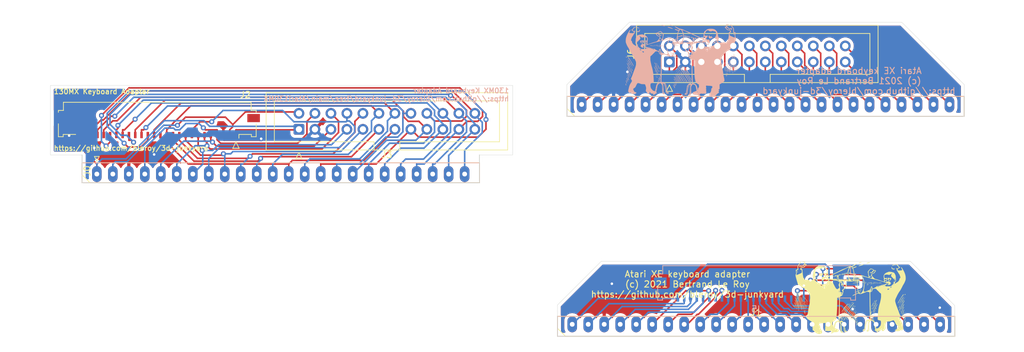
<source format=kicad_pcb>
(kicad_pcb (version 20171130) (host pcbnew "(5.1.10)-1")
  (layers (0 F.Cu signal) (31 B.Cu signal) (34 B.Paste user) (35 F.Paste user) (36 B.SilkS user) (37 F.SilkS user) (38 B.Mask user) (39 F.Mask user) (44 Edge.Cuts user))
  (net 0 "")
  (net 1 "Net-(J0-Pad24)")
  (net 2 "Net-(J0-Pad23)")
  (net 3 "Net-(J0-Pad22)")
  (net 4 "Net-(J0-Pad21)")
  (net 5 "Net-(J0-Pad20)")
  (net 6 "Net-(J0-Pad19)")
  (net 7 "Net-(J0-Pad18)")
  (net 8 "Net-(J0-Pad17)")
  (net 9 "Net-(J0-Pad16)")
  (net 10 "Net-(J0-Pad15)")
  (net 11 "Net-(J0-Pad14)")
  (net 12 "Net-(J0-Pad13)")
  (net 13 "Net-(J0-Pad12)")
  (net 14 "Net-(J0-Pad11)")
  (net 15 "Net-(J0-Pad10)")
  (net 16 "Net-(J0-Pad9)")
  (net 17 "Net-(J0-Pad8)")
  (net 18 "Net-(J0-Pad7)")
  (net 19 "Net-(J0-Pad6)")
  (net 20 "Net-(J0-Pad5)")
  (net 21 "Net-(J0-Pad4)")
  (net 22 "Net-(J0-Pad2)")
  (net 23 GND)
  (net 24 +5V)
  (net 25 "Net-(J1-Pad24)")
  (net 26 "Net-(J1-Pad23)")
  (net 27 "Net-(J1-Pad22)")
  (net 28 "Net-(J1-Pad21)")
  (net 29 "Net-(J1-Pad20)")
  (net 30 "Net-(J1-Pad19)")
  (net 31 "Net-(J1-Pad18)")
  (net 32 "Net-(J1-Pad17)")
  (net 33 "Net-(J1-Pad16)")
  (net 34 "Net-(J1-Pad15)")
  (net 35 "Net-(J1-Pad14)")
  (net 36 "Net-(J1-Pad13)")
  (net 37 "Net-(J1-Pad12)")
  (net 38 "Net-(J1-Pad11)")
  (net 39 "Net-(J1-Pad10)")
  (net 40 "Net-(J1-Pad9)")
  (net 41 "Net-(J1-Pad8)")
  (net 42 "Net-(J1-Pad7)")
  (net 43 "Net-(J1-Pad6)")
  (net 44 "Net-(J1-Pad5)")
  (net 45 "Net-(J1-Pad4)")
  (net 46 "Net-(J1-Pad2)")
  (net 47 "Net-(J1-Pad1)")
  (net 48 "Net-(J4-Pad24)")
  (net 49 "Net-(J4-Pad23)")
  (net 50 "Net-(J4-Pad22)")
  (net 51 "Net-(J4-Pad21)")
  (net 52 "Net-(J4-Pad20)")
  (net 53 "Net-(J4-Pad19)")
  (net 54 "Net-(J4-Pad18)")
  (net 55 "Net-(J4-Pad17)")
  (net 56 "Net-(J4-Pad16)")
  (net 57 "Net-(J4-Pad15)")
  (net 58 "Net-(J4-Pad14)")
  (net 59 "Net-(J4-Pad13)")
  (net 60 "Net-(J4-Pad12)")
  (net 61 "Net-(J4-Pad11)")
  (net 62 "Net-(J4-Pad10)")
  (net 63 "Net-(J4-Pad9)")
  (net 64 "Net-(J4-Pad8)")
  (net 65 "Net-(J4-Pad7)")
  (net 66 "Net-(J4-Pad6)")
  (net 67 "Net-(J4-Pad5)")
  (net 68 "Net-(J4-Pad4)")
  (net 69 "Net-(J4-Pad2)")
  (net 70 "Net-(J4-Pad1)")
  (net 71 GND2)
  (net 72 GND3)
  (module Connector_FFC-FPC:Molex_200528-0260_1x26-1MP_P1.00mm_Horizontal (layer F.Cu) (at 35 32 180)
    (fp_text reference J2 (at -14 5.5) (layer F.SilkS))
    (fp_text value Conn_01x26)
    (pad 26 smd rect (at 12.5 -0.91 180) (size 0.4 1) (layers F.Cu F.Paste F.Mask) (net 23 GND))
    (pad 25 smd rect (at 11.5 -0.91 180) (size 0.4 1) (layers F.Cu F.Paste F.Mask) (net 24 +5V))
    (pad 24 smd rect (at 10.5 -0.91 180) (size 0.4 1) (layers F.Cu F.Paste F.Mask) (net 1 "Net-(J0-Pad24)"))
    (pad 23 smd rect (at 9.5 -0.91 180) (size 0.4 1) (layers F.Cu F.Paste F.Mask) (net 2 "Net-(J0-Pad23)"))
    (pad 22 smd rect (at 8.5 -0.91 180) (size 0.4 1) (layers F.Cu F.Paste F.Mask) (net 3 "Net-(J0-Pad22)"))
    (pad 21 smd rect (at 7.5 -0.91 180) (size 0.4 1) (layers F.Cu F.Paste F.Mask) (net 4 "Net-(J0-Pad21)"))
    (pad 20 smd rect (at 6.5 -0.91 180) (size 0.4 1) (layers F.Cu F.Paste F.Mask) (net 5 "Net-(J0-Pad20)"))
    (pad 19 smd rect (at 5.5 -0.91 180) (size 0.4 1) (layers F.Cu F.Paste F.Mask) (net 6 "Net-(J0-Pad19)"))
    (pad 18 smd rect (at 4.5 -0.91 180) (size 0.4 1) (layers F.Cu F.Paste F.Mask) (net 7 "Net-(J0-Pad18)"))
    (pad 17 smd rect (at 3.5 -0.91 180) (size 0.4 1) (layers F.Cu F.Paste F.Mask) (net 8 "Net-(J0-Pad17)"))
    (pad 16 smd rect (at 2.5 -0.91 180) (size 0.4 1) (layers F.Cu F.Paste F.Mask) (net 9 "Net-(J0-Pad16)"))
    (pad 15 smd rect (at 1.5 -0.91 180) (size 0.4 1) (layers F.Cu F.Paste F.Mask) (net 10 "Net-(J0-Pad15)"))
    (pad 14 smd rect (at 0.5 -0.91 180) (size 0.4 1) (layers F.Cu F.Paste F.Mask) (net 11 "Net-(J0-Pad14)"))
    (pad 13 smd rect (at -0.5 -0.91 180) (size 0.4 1) (layers F.Cu F.Paste F.Mask) (net 12 "Net-(J0-Pad13)"))
    (pad 12 smd rect (at -1.5 -0.91 180) (size 0.4 1) (layers F.Cu F.Paste F.Mask) (net 13 "Net-(J0-Pad12)"))
    (pad 11 smd rect (at -2.5 -0.91 180) (size 0.4 1) (layers F.Cu F.Paste F.Mask) (net 14 "Net-(J0-Pad11)"))
    (pad 10 smd rect (at -3.5 -0.91 180) (size 0.4 1) (layers F.Cu F.Paste F.Mask) (net 15 "Net-(J0-Pad10)"))
    (pad 9 smd rect (at -4.5 -0.91 180) (size 0.4 1) (layers F.Cu F.Paste F.Mask) (net 16 "Net-(J0-Pad9)"))
    (pad 8 smd rect (at -5.5 -0.91 180) (size 0.4 1) (layers F.Cu F.Paste F.Mask) (net 17 "Net-(J0-Pad8)"))
    (pad 7 smd rect (at -6.5 -0.91 180) (size 0.4 1) (layers F.Cu F.Paste F.Mask) (net 18 "Net-(J0-Pad7)"))
    (pad 6 smd rect (at -7.5 -0.91 180) (size 0.4 1) (layers F.Cu F.Paste F.Mask) (net 19 "Net-(J0-Pad6)"))
    (pad 5 smd rect (at -8.5 -0.91 180) (size 0.4 1) (layers F.Cu F.Paste F.Mask) (net 20 "Net-(J0-Pad5)"))
    (pad 4 smd rect (at -9.5 -0.91 180) (size 0.4 1) (layers F.Cu F.Paste F.Mask) (net 21 "Net-(J0-Pad4)"))
    (pad 3 smd rect (at -10.5 -0.91 180) (size 0.4 1) (layers F.Cu F.Paste F.Mask) (net 23 GND))
    (pad 2 smd rect (at -11.5 -0.91 180) (size 0.4 1) (layers F.Cu F.Paste F.Mask) (net 22 "Net-(J0-Pad2)"))
    (pad 1 smd rect (at -12.5 -0.91 180) (size 0.4 1) (layers F.Cu F.Paste F.Mask) (net 24 +5V))
    (pad MP smd rect (at 15.3 1.79 180) (size 2 1.3) (layers F.Cu F.Paste F.Mask))
    (pad MP smd rect (at -15.3 1.79 180) (size 2 1.3) (layers F.Cu F.Paste F.Mask))
  )
  (module Connector_IDC:IDC-Header_2x12_P2.54mm_Vertical (layer F.Cu) (at 57.5 32 90)
    (fp_text reference J3 (at -4.064 13.97 180) (layer F.SilkS))
    (fp_text value Conn_02x12_Odd_Even)
    (pad 24 thru_hole circle (at 2.54 27.94 90) (size 1.7 1.7) (drill 1) (layers *.Cu *.Mask) (net 1 "Net-(J0-Pad24)"))
    (pad 22 thru_hole circle (at 2.54 25.4 90) (size 1.7 1.7) (drill 1) (layers *.Cu *.Mask) (net 3 "Net-(J0-Pad22)"))
    (pad 20 thru_hole circle (at 2.54 22.86 90) (size 1.7 1.7) (drill 1) (layers *.Cu *.Mask) (net 5 "Net-(J0-Pad20)"))
    (pad 18 thru_hole circle (at 2.54 20.32 90) (size 1.7 1.7) (drill 1) (layers *.Cu *.Mask) (net 7 "Net-(J0-Pad18)"))
    (pad 16 thru_hole circle (at 2.54 17.78 90) (size 1.7 1.7) (drill 1) (layers *.Cu *.Mask) (net 9 "Net-(J0-Pad16)"))
    (pad 14 thru_hole circle (at 2.54 15.24 90) (size 1.7 1.7) (drill 1) (layers *.Cu *.Mask) (net 11 "Net-(J0-Pad14)"))
    (pad 12 thru_hole circle (at 2.54 12.7 90) (size 1.7 1.7) (drill 1) (layers *.Cu *.Mask) (net 13 "Net-(J0-Pad12)"))
    (pad 10 thru_hole circle (at 2.54 10.16 90) (size 1.7 1.7) (drill 1) (layers *.Cu *.Mask) (net 15 "Net-(J0-Pad10)"))
    (pad 8 thru_hole circle (at 2.54 7.62 90) (size 1.7 1.7) (drill 1) (layers *.Cu *.Mask) (net 17 "Net-(J0-Pad8)"))
    (pad 6 thru_hole circle (at 2.54 5.08 90) (size 1.7 1.7) (drill 1) (layers *.Cu *.Mask) (net 19 "Net-(J0-Pad6)"))
    (pad 4 thru_hole circle (at 2.54 2.54 90) (size 1.7 1.7) (drill 1) (layers *.Cu *.Mask) (net 21 "Net-(J0-Pad4)"))
    (pad 2 thru_hole circle (at 2.54 0 90) (size 1.7 1.7) (drill 1) (layers *.Cu *.Mask) (net 22 "Net-(J0-Pad2)"))
    (pad 23 thru_hole circle (at 0 27.94 90) (size 1.7 1.7) (drill 1) (layers *.Cu *.Mask) (net 2 "Net-(J0-Pad23)"))
    (pad 21 thru_hole circle (at 0 25.4 90) (size 1.7 1.7) (drill 1) (layers *.Cu *.Mask) (net 4 "Net-(J0-Pad21)"))
    (pad 19 thru_hole circle (at 0 22.86 90) (size 1.7 1.7) (drill 1) (layers *.Cu *.Mask) (net 6 "Net-(J0-Pad19)"))
    (pad 17 thru_hole circle (at 0 20.32 90) (size 1.7 1.7) (drill 1) (layers *.Cu *.Mask) (net 8 "Net-(J0-Pad17)"))
    (pad 15 thru_hole circle (at 0 17.78 90) (size 1.7 1.7) (drill 1) (layers *.Cu *.Mask) (net 10 "Net-(J0-Pad15)"))
    (pad 13 thru_hole circle (at 0 15.24 90) (size 1.7 1.7) (drill 1) (layers *.Cu *.Mask) (net 12 "Net-(J0-Pad13)"))
    (pad 11 thru_hole circle (at 0 12.7 90) (size 1.7 1.7) (drill 1) (layers *.Cu *.Mask) (net 14 "Net-(J0-Pad11)"))
    (pad 9 thru_hole circle (at 0 10.16 90) (size 1.7 1.7) (drill 1) (layers *.Cu *.Mask) (net 16 "Net-(J0-Pad9)"))
    (pad 7 thru_hole circle (at 0 7.62 90) (size 1.7 1.7) (drill 1) (layers *.Cu *.Mask) (net 18 "Net-(J0-Pad7)"))
    (pad 5 thru_hole circle (at 0 5.08 90) (size 1.7 1.7) (drill 1) (layers *.Cu *.Mask) (net 20 "Net-(J0-Pad5)"))
    (pad 3 thru_hole circle (at 0 2.54 90) (size 1.7 1.7) (drill 1) (layers *.Cu *.Mask) (net 23 GND))
    (pad 1 thru_hole roundrect (at 0 0 90) (size 1.7 1.7) (drill 1) (layers *.Cu *.Mask) (roundrect_rratio 0.1470588235294118) (net 24 +5V))
  )
  (module Atari130MX:1x24_P1.27mm_Edge_Back (layer F.Cu) (at 54.61 38.608)
    (fp_text reference J0 (at -30.734 0 90) (layer F.SilkS))
    (fp_text value Conn_01x24)
    (fp_line (start -31.55 1.905) (end -31.55 -2.54) (layer Edge.Cuts) (width 0.12))
    (fp_line (start 31.55 1.905) (end 31.55 -2.54) (layer Edge.Cuts) (width 0.12))
    (fp_line (start -31.55 1.905) (end 31.55 1.905) (layer Edge.Cuts) (width 0.12))
    (pad 1 thru_hole oval (at -29.21 0.508) (size 1.524 2.54) (drill 0.762) (layers *.Cu *.Mask) (net 24 +5V))
    (pad 2 thru_hole oval (at -26.67 0.508) (size 1.524 2.54) (drill 0.762) (layers *.Cu *.Mask) (net 22 "Net-(J0-Pad2)"))
    (pad 3 thru_hole oval (at -24.13 0.508) (size 1.524 2.54) (drill 0.762) (layers *.Cu *.Mask) (net 23 GND))
    (pad 4 thru_hole oval (at -21.59 0.508) (size 1.524 2.54) (drill 0.762) (layers *.Cu *.Mask) (net 21 "Net-(J0-Pad4)"))
    (pad 5 thru_hole oval (at -19.05 0.508) (size 1.524 2.54) (drill 0.762) (layers *.Cu *.Mask) (net 20 "Net-(J0-Pad5)"))
    (pad 6 thru_hole oval (at -16.51 0.508) (size 1.524 2.54) (drill 0.762) (layers *.Cu *.Mask) (net 19 "Net-(J0-Pad6)"))
    (pad 7 thru_hole oval (at -13.97 0.508) (size 1.524 2.54) (drill 0.762) (layers *.Cu *.Mask) (net 18 "Net-(J0-Pad7)"))
    (pad 8 thru_hole oval (at -11.43 0.508) (size 1.524 2.54) (drill 0.762) (layers *.Cu *.Mask) (net 17 "Net-(J0-Pad8)"))
    (pad 9 thru_hole oval (at -8.89 0.508) (size 1.524 2.54) (drill 0.762) (layers *.Cu *.Mask) (net 16 "Net-(J0-Pad9)"))
    (pad 10 thru_hole oval (at -6.35 0.508) (size 1.524 2.54) (drill 0.762) (layers *.Cu *.Mask) (net 15 "Net-(J0-Pad10)"))
    (pad 11 thru_hole oval (at -3.81 0.508) (size 1.524 2.54) (drill 0.762) (layers *.Cu *.Mask) (net 14 "Net-(J0-Pad11)"))
    (pad 12 thru_hole oval (at -1.27 0.508) (size 1.524 2.54) (drill 0.762) (layers *.Cu *.Mask) (net 13 "Net-(J0-Pad12)"))
    (pad 13 thru_hole oval (at 1.27 0.508) (size 1.524 2.54) (drill 0.762) (layers *.Cu *.Mask) (net 12 "Net-(J0-Pad13)"))
    (pad 14 thru_hole oval (at 3.81 0.508) (size 1.524 2.54) (drill 0.762) (layers *.Cu *.Mask) (net 11 "Net-(J0-Pad14)"))
    (pad 15 thru_hole oval (at 6.35 0.508) (size 1.524 2.54) (drill 0.762) (layers *.Cu *.Mask) (net 10 "Net-(J0-Pad15)"))
    (pad 16 thru_hole oval (at 8.89 0.508) (size 1.524 2.54) (drill 0.762) (layers *.Cu *.Mask) (net 9 "Net-(J0-Pad16)"))
    (pad 17 thru_hole oval (at 11.43 0.508) (size 1.524 2.54) (drill 0.762) (layers *.Cu *.Mask) (net 8 "Net-(J0-Pad17)"))
    (pad 18 thru_hole oval (at 13.97 0.508) (size 1.524 2.54) (drill 0.762) (layers *.Cu *.Mask) (net 7 "Net-(J0-Pad18)"))
    (pad 19 thru_hole oval (at 16.51 0.508) (size 1.524 2.54) (drill 0.762) (layers *.Cu *.Mask) (net 6 "Net-(J0-Pad19)"))
    (pad 20 thru_hole oval (at 19.05 0.508) (size 1.524 2.54) (drill 0.762) (layers *.Cu *.Mask) (net 5 "Net-(J0-Pad20)"))
    (pad 21 thru_hole oval (at 21.59 0.508) (size 1.524 2.54) (drill 0.762) (layers *.Cu *.Mask) (net 4 "Net-(J0-Pad21)"))
    (pad 22 thru_hole oval (at 24.13 0.508) (size 1.524 2.54) (drill 0.762) (layers *.Cu *.Mask) (net 3 "Net-(J0-Pad22)"))
    (pad 23 thru_hole oval (at 26.67 0.508) (size 1.524 2.54) (drill 0.762) (layers *.Cu *.Mask) (net 2 "Net-(J0-Pad23)"))
    (pad 24 thru_hole oval (at 29.21 0.508) (size 1.524 2.54) (drill 0.762) (layers *.Cu *.Mask) (net 1 "Net-(J0-Pad24)"))
  )
  (module Connector_IDC:IDC-Header_2x12_P2.54mm_Vertical (layer F.Cu) (at 110.68 25.02 90)
    (fp_text reference J6 (at 5.01 -0.45 90) (layer F.SilkS))
    (fp_text value Conn_02x12_Odd_Even)
    (pad 24 thru_hole circle (at 6.28 33.59 90) (size 1.7 1.7) (drill 1) (layers *.Cu *.Mask) (net 48 "Net-(J4-Pad24)"))
    (pad 22 thru_hole circle (at 6.28 31.05 90) (size 1.7 1.7) (drill 1) (layers *.Cu *.Mask) (net 50 "Net-(J4-Pad22)"))
    (pad 20 thru_hole circle (at 6.28 28.51 90) (size 1.7 1.7) (drill 1) (layers *.Cu *.Mask) (net 52 "Net-(J4-Pad20)"))
    (pad 18 thru_hole circle (at 6.28 25.97 90) (size 1.7 1.7) (drill 1) (layers *.Cu *.Mask) (net 54 "Net-(J4-Pad18)"))
    (pad 16 thru_hole circle (at 6.28 23.43 90) (size 1.7 1.7) (drill 1) (layers *.Cu *.Mask) (net 56 "Net-(J4-Pad16)"))
    (pad 14 thru_hole circle (at 6.28 20.89 90) (size 1.7 1.7) (drill 1) (layers *.Cu *.Mask) (net 58 "Net-(J4-Pad14)"))
    (pad 12 thru_hole circle (at 6.28 18.35 90) (size 1.7 1.7) (drill 1) (layers *.Cu *.Mask) (net 60 "Net-(J4-Pad12)"))
    (pad 10 thru_hole circle (at 6.28 15.81 90) (size 1.7 1.7) (drill 1) (layers *.Cu *.Mask) (net 62 "Net-(J4-Pad10)"))
    (pad 8 thru_hole circle (at 6.28 13.27 90) (size 1.7 1.7) (drill 1) (layers *.Cu *.Mask) (net 64 "Net-(J4-Pad8)"))
    (pad 6 thru_hole circle (at 6.28 10.73 90) (size 1.7 1.7) (drill 1) (layers *.Cu *.Mask) (net 66 "Net-(J4-Pad6)"))
    (pad 4 thru_hole circle (at 6.28 8.19 90) (size 1.7 1.7) (drill 1) (layers *.Cu *.Mask) (net 68 "Net-(J4-Pad4)"))
    (pad 2 thru_hole circle (at 6.28 5.65 90) (size 1.7 1.7) (drill 1) (layers *.Cu *.Mask) (net 69 "Net-(J4-Pad2)"))
    (pad 23 thru_hole circle (at 3.74 33.59 90) (size 1.7 1.7) (drill 1) (layers *.Cu *.Mask) (net 49 "Net-(J4-Pad23)"))
    (pad 21 thru_hole circle (at 3.74 31.05 90) (size 1.7 1.7) (drill 1) (layers *.Cu *.Mask) (net 51 "Net-(J4-Pad21)"))
    (pad 19 thru_hole circle (at 3.74 28.51 90) (size 1.7 1.7) (drill 1) (layers *.Cu *.Mask) (net 53 "Net-(J4-Pad19)"))
    (pad 17 thru_hole circle (at 3.74 25.97 90) (size 1.7 1.7) (drill 1) (layers *.Cu *.Mask) (net 55 "Net-(J4-Pad17)"))
    (pad 15 thru_hole circle (at 3.74 23.43 90) (size 1.7 1.7) (drill 1) (layers *.Cu *.Mask) (net 57 "Net-(J4-Pad15)"))
    (pad 13 thru_hole circle (at 3.74 20.89 90) (size 1.7 1.7) (drill 1) (layers *.Cu *.Mask) (net 59 "Net-(J4-Pad13)"))
    (pad 11 thru_hole circle (at 3.74 18.35 90) (size 1.7 1.7) (drill 1) (layers *.Cu *.Mask) (net 61 "Net-(J4-Pad11)"))
    (pad 9 thru_hole circle (at 3.74 15.81 90) (size 1.7 1.7) (drill 1) (layers *.Cu *.Mask) (net 63 "Net-(J4-Pad9)"))
    (pad 7 thru_hole circle (at 3.74 13.27 90) (size 1.7 1.7) (drill 1) (layers *.Cu *.Mask) (net 65 "Net-(J4-Pad7)"))
    (pad 5 thru_hole circle (at 3.74 10.73 90) (size 1.7 1.7) (drill 1) (layers *.Cu *.Mask) (net 67 "Net-(J4-Pad5)"))
    (pad 3 thru_hole circle (at 3.74 8.19 90) (size 1.7 1.7) (drill 1) (layers *.Cu *.Mask) (net 72 GND3))
    (pad 1 thru_hole roundrect (at 3.74 5.65 90) (size 1.7 1.7) (drill 1) (layers *.Cu *.Mask) (roundrect_rratio 0.1470588235294118) (net 70 "Net-(J4-Pad1)"))
  )
  (module Atari130MX:1x24_P1.27mm_Edge_Back (layer F.Cu) (at 100 30)
    (fp_text reference J4 hide)
    (fp_text value Conn_01x24)
    (fp_line (start 0.06 -0.055) (end 0.06 -3.23) (layer Edge.Cuts) (width 0.12))
    (fp_line (start 63.16 -0.055) (end 63.16 -3.23) (layer Edge.Cuts) (width 0.12))
    (fp_line (start 0.06 -0.055) (end 63.16 -0.055) (layer Edge.Cuts) (width 0.12))
    (pad 24 thru_hole oval (at 60.82 -1.96) (size 1.524 2.54) (drill 0.762) (layers *.Cu *.Mask) (net 48 "Net-(J4-Pad24)"))
    (pad 23 thru_hole oval (at 58.28 -1.96) (size 1.524 2.54) (drill 0.762) (layers *.Cu *.Mask) (net 49 "Net-(J4-Pad23)"))
    (pad 22 thru_hole oval (at 55.74 -1.96) (size 1.524 2.54) (drill 0.762) (layers *.Cu *.Mask) (net 50 "Net-(J4-Pad22)"))
    (pad 21 thru_hole oval (at 53.2 -1.96) (size 1.524 2.54) (drill 0.762) (layers *.Cu *.Mask) (net 51 "Net-(J4-Pad21)"))
    (pad 20 thru_hole oval (at 50.66 -1.96) (size 1.524 2.54) (drill 0.762) (layers *.Cu *.Mask) (net 52 "Net-(J4-Pad20)"))
    (pad 19 thru_hole oval (at 48.12 -1.96) (size 1.524 2.54) (drill 0.762) (layers *.Cu *.Mask) (net 53 "Net-(J4-Pad19)"))
    (pad 18 thru_hole oval (at 45.58 -1.96) (size 1.524 2.54) (drill 0.762) (layers *.Cu *.Mask) (net 54 "Net-(J4-Pad18)"))
    (pad 17 thru_hole oval (at 43.04 -1.96) (size 1.524 2.54) (drill 0.762) (layers *.Cu *.Mask) (net 55 "Net-(J4-Pad17)"))
    (pad 16 thru_hole oval (at 40.5 -1.96) (size 1.524 2.54) (drill 0.762) (layers *.Cu *.Mask) (net 56 "Net-(J4-Pad16)"))
    (pad 15 thru_hole oval (at 37.96 -1.96) (size 1.524 2.54) (drill 0.762) (layers *.Cu *.Mask) (net 57 "Net-(J4-Pad15)"))
    (pad 14 thru_hole oval (at 35.42 -1.96) (size 1.524 2.54) (drill 0.762) (layers *.Cu *.Mask) (net 58 "Net-(J4-Pad14)"))
    (pad 13 thru_hole oval (at 32.88 -1.96) (size 1.524 2.54) (drill 0.762) (layers *.Cu *.Mask) (net 59 "Net-(J4-Pad13)"))
    (pad 12 thru_hole oval (at 30.34 -1.96) (size 1.524 2.54) (drill 0.762) (layers *.Cu *.Mask) (net 60 "Net-(J4-Pad12)"))
    (pad 11 thru_hole oval (at 27.8 -1.96) (size 1.524 2.54) (drill 0.762) (layers *.Cu *.Mask) (net 61 "Net-(J4-Pad11)"))
    (pad 10 thru_hole oval (at 25.26 -1.96) (size 1.524 2.54) (drill 0.762) (layers *.Cu *.Mask) (net 62 "Net-(J4-Pad10)"))
    (pad 9 thru_hole oval (at 22.72 -1.96) (size 1.524 2.54) (drill 0.762) (layers *.Cu *.Mask) (net 63 "Net-(J4-Pad9)"))
    (pad 8 thru_hole oval (at 20.18 -1.96) (size 1.524 2.54) (drill 0.762) (layers *.Cu *.Mask) (net 64 "Net-(J4-Pad8)"))
    (pad 7 thru_hole oval (at 17.64 -1.96) (size 1.524 2.54) (drill 0.762) (layers *.Cu *.Mask) (net 65 "Net-(J4-Pad7)"))
    (pad 6 thru_hole oval (at 15.1 -1.96) (size 1.524 2.54) (drill 0.762) (layers *.Cu *.Mask) (net 66 "Net-(J4-Pad6)"))
    (pad 5 thru_hole oval (at 12.56 -1.96) (size 1.524 2.54) (drill 0.762) (layers *.Cu *.Mask) (net 67 "Net-(J4-Pad5)"))
    (pad 4 thru_hole oval (at 10.02 -1.96) (size 1.524 2.54) (drill 0.762) (layers *.Cu *.Mask) (net 68 "Net-(J4-Pad4)"))
    (pad 3 thru_hole oval (at 7.48 -1.96) (size 1.524 2.54) (drill 0.762) (layers *.Cu *.Mask) (net 72 GND3))
    (pad 2 thru_hole oval (at 4.94 -1.96) (size 1.524 2.54) (drill 0.762) (layers *.Cu *.Mask) (net 69 "Net-(J4-Pad2)"))
    (pad 1 thru_hole oval (at 2.4 -1.96) (size 1.524 2.54) (drill 0.762) (layers *.Cu *.Mask) (net 70 "Net-(J4-Pad1)"))
  )
  (module Atari130MX:ScreamingAtTheRadio (layer B.Cu) (at 118.23 19.97 180)
    (fp_text reference G*** hide)
    (fp_text value LOGO hide)
  )
  (module Atari130MX:1x24_P1.27mm_Edge_Back (layer F.Cu) (at 130.11404 63.01486)
    (fp_text reference J1 (at 0 -1.905) (layer F.SilkS))
    (fp_text value Conn_01x24)
    (fp_line (start -31.55 1.905) (end -31.55 -1.27) (layer Edge.Cuts) (width 0.12))
    (fp_line (start 31.55 1.905) (end 31.55 -1.27) (layer Edge.Cuts) (width 0.12))
    (fp_line (start -31.55 1.905) (end 31.55 1.905) (layer Edge.Cuts) (width 0.12))
    (pad 24 thru_hole oval (at 29.21 0) (size 1.524 2.54) (drill 0.762) (layers *.Cu *.Mask) (net 25 "Net-(J1-Pad24)"))
    (pad 23 thru_hole oval (at 26.67 0) (size 1.524 2.54) (drill 0.762) (layers *.Cu *.Mask) (net 26 "Net-(J1-Pad23)"))
    (pad 22 thru_hole oval (at 24.13 0) (size 1.524 2.54) (drill 0.762) (layers *.Cu *.Mask) (net 27 "Net-(J1-Pad22)"))
    (pad 21 thru_hole oval (at 21.59 0) (size 1.524 2.54) (drill 0.762) (layers *.Cu *.Mask) (net 28 "Net-(J1-Pad21)"))
    (pad 20 thru_hole oval (at 19.05 0) (size 1.524 2.54) (drill 0.762) (layers *.Cu *.Mask) (net 29 "Net-(J1-Pad20)"))
    (pad 19 thru_hole oval (at 16.51 0) (size 1.524 2.54) (drill 0.762) (layers *.Cu *.Mask) (net 30 "Net-(J1-Pad19)"))
    (pad 18 thru_hole oval (at 13.97 0) (size 1.524 2.54) (drill 0.762) (layers *.Cu *.Mask) (net 31 "Net-(J1-Pad18)"))
    (pad 17 thru_hole oval (at 11.43 0) (size 1.524 2.54) (drill 0.762) (layers *.Cu *.Mask) (net 32 "Net-(J1-Pad17)"))
    (pad 16 thru_hole oval (at 8.89 0) (size 1.524 2.54) (drill 0.762) (layers *.Cu *.Mask) (net 33 "Net-(J1-Pad16)"))
    (pad 15 thru_hole oval (at 6.35 0) (size 1.524 2.54) (drill 0.762) (layers *.Cu *.Mask) (net 34 "Net-(J1-Pad15)"))
    (pad 14 thru_hole oval (at 3.81 0) (size 1.524 2.54) (drill 0.762) (layers *.Cu *.Mask) (net 35 "Net-(J1-Pad14)"))
    (pad 13 thru_hole oval (at 1.27 0) (size 1.524 2.54) (drill 0.762) (layers *.Cu *.Mask) (net 36 "Net-(J1-Pad13)"))
    (pad 12 thru_hole oval (at -1.27 0) (size 1.524 2.54) (drill 0.762) (layers *.Cu *.Mask) (net 37 "Net-(J1-Pad12)"))
    (pad 11 thru_hole oval (at -3.81 0) (size 1.524 2.54) (drill 0.762) (layers *.Cu *.Mask) (net 38 "Net-(J1-Pad11)"))
    (pad 10 thru_hole oval (at -6.35 0) (size 1.524 2.54) (drill 0.762) (layers *.Cu *.Mask) (net 39 "Net-(J1-Pad10)"))
    (pad 9 thru_hole oval (at -8.89 0) (size 1.524 2.54) (drill 0.762) (layers *.Cu *.Mask) (net 40 "Net-(J1-Pad9)"))
    (pad 8 thru_hole oval (at -11.43 0) (size 1.524 2.54) (drill 0.762) (layers *.Cu *.Mask) (net 41 "Net-(J1-Pad8)"))
    (pad 7 thru_hole oval (at -13.97 0) (size 1.524 2.54) (drill 0.762) (layers *.Cu *.Mask) (net 42 "Net-(J1-Pad7)"))
    (pad 6 thru_hole oval (at -16.51 0) (size 1.524 2.54) (drill 0.762) (layers *.Cu *.Mask) (net 43 "Net-(J1-Pad6)"))
    (pad 5 thru_hole oval (at -19.05 0) (size 1.524 2.54) (drill 0.762) (layers *.Cu *.Mask) (net 44 "Net-(J1-Pad5)"))
    (pad 4 thru_hole oval (at -21.59 0) (size 1.524 2.54) (drill 0.762) (layers *.Cu *.Mask) (net 45 "Net-(J1-Pad4)"))
    (pad 3 thru_hole oval (at -24.13 0) (size 1.524 2.54) (drill 0.762) (layers *.Cu *.Mask) (net 71 GND2))
    (pad 2 thru_hole oval (at -26.67 0) (size 1.524 2.54) (drill 0.762) (layers *.Cu *.Mask) (net 46 "Net-(J1-Pad2)"))
    (pad 1 thru_hole oval (at -29.21 0) (size 1.524 2.54) (drill 0.762) (layers *.Cu *.Mask) (net 47 "Net-(J1-Pad1)"))
  )
  (module Connector_FFC-FPC:Molex_200528-0260_1x26-1MP_P1.00mm_Horizontal (layer B.Cu) (at 130.1877 58)
    (fp_text reference J5 (at 0 2.61) (layer B.SilkS) (effects (justify mirror)))
    (fp_text value Conn_01x26)
    (pad 26 smd rect (at 12.5 0.91) (size 0.4 1) (layers B.Cu B.Paste B.Mask) (net 71 GND2))
    (pad 25 smd rect (at 11.5 0.91) (size 0.4 1) (layers B.Cu B.Paste B.Mask) (net 47 "Net-(J1-Pad1)"))
    (pad 24 smd rect (at 10.5 0.91) (size 0.4 1) (layers B.Cu B.Paste B.Mask) (net 25 "Net-(J1-Pad24)"))
    (pad 23 smd rect (at 9.5 0.91) (size 0.4 1) (layers B.Cu B.Paste B.Mask) (net 26 "Net-(J1-Pad23)"))
    (pad 22 smd rect (at 8.5 0.91) (size 0.4 1) (layers B.Cu B.Paste B.Mask) (net 27 "Net-(J1-Pad22)"))
    (pad 21 smd rect (at 7.5 0.91) (size 0.4 1) (layers B.Cu B.Paste B.Mask) (net 28 "Net-(J1-Pad21)"))
    (pad 20 smd rect (at 6.5 0.91) (size 0.4 1) (layers B.Cu B.Paste B.Mask) (net 29 "Net-(J1-Pad20)"))
    (pad 19 smd rect (at 5.5 0.91) (size 0.4 1) (layers B.Cu B.Paste B.Mask) (net 30 "Net-(J1-Pad19)"))
    (pad 18 smd rect (at 4.5 0.91) (size 0.4 1) (layers B.Cu B.Paste B.Mask) (net 31 "Net-(J1-Pad18)"))
    (pad 17 smd rect (at 3.5 0.91) (size 0.4 1) (layers B.Cu B.Paste B.Mask) (net 32 "Net-(J1-Pad17)"))
    (pad 16 smd rect (at 2.5 0.91) (size 0.4 1) (layers B.Cu B.Paste B.Mask) (net 33 "Net-(J1-Pad16)"))
    (pad 15 smd rect (at 1.5 0.91) (size 0.4 1) (layers B.Cu B.Paste B.Mask) (net 34 "Net-(J1-Pad15)"))
    (pad 14 smd rect (at 0.5 0.91) (size 0.4 1) (layers B.Cu B.Paste B.Mask) (net 35 "Net-(J1-Pad14)"))
    (pad 13 smd rect (at -0.5 0.91) (size 0.4 1) (layers B.Cu B.Paste B.Mask) (net 36 "Net-(J1-Pad13)"))
    (pad 12 smd rect (at -1.5 0.91) (size 0.4 1) (layers B.Cu B.Paste B.Mask) (net 37 "Net-(J1-Pad12)"))
    (pad 11 smd rect (at -2.5 0.91) (size 0.4 1) (layers B.Cu B.Paste B.Mask) (net 38 "Net-(J1-Pad11)"))
    (pad 10 smd rect (at -3.5 0.91) (size 0.4 1) (layers B.Cu B.Paste B.Mask) (net 39 "Net-(J1-Pad10)"))
    (pad 9 smd rect (at -4.5 0.91) (size 0.4 1) (layers B.Cu B.Paste B.Mask) (net 40 "Net-(J1-Pad9)"))
    (pad 8 smd rect (at -5.5 0.91) (size 0.4 1) (layers B.Cu B.Paste B.Mask) (net 41 "Net-(J1-Pad8)"))
    (pad 7 smd rect (at -6.5 0.91) (size 0.4 1) (layers B.Cu B.Paste B.Mask) (net 42 "Net-(J1-Pad7)"))
    (pad 6 smd rect (at -7.5 0.91) (size 0.4 1) (layers B.Cu B.Paste B.Mask) (net 43 "Net-(J1-Pad6)"))
    (pad 5 smd rect (at -8.5 0.91) (size 0.4 1) (layers B.Cu B.Paste B.Mask) (net 44 "Net-(J1-Pad5)"))
    (pad 4 smd rect (at -9.5 0.91) (size 0.4 1) (layers B.Cu B.Paste B.Mask) (net 45 "Net-(J1-Pad4)"))
    (pad 3 smd rect (at -10.5 0.91) (size 0.4 1) (layers B.Cu B.Paste B.Mask) (net 71 GND2))
    (pad 2 smd rect (at -11.5 0.91) (size 0.4 1) (layers B.Cu B.Paste B.Mask) (net 46 "Net-(J1-Pad2)"))
    (pad 1 smd rect (at -12.5 0.91) (size 0.4 1) (layers B.Cu B.Paste B.Mask) (net 47 "Net-(J1-Pad1)"))
    (pad MP smd rect (at 15.3 -1.79) (size 2 1.3) (layers B.Cu B.Paste B.Mask))
    (pad MP smd rect (at -15.3 -1.79) (size 2 1.3) (layers B.Cu B.Paste B.Mask))
  )
  (module Atari130MX:ScreamingAtTheRadio (layer F.Cu) (at 145.04 57.72)
    (fp_text reference G*** hide)
    (fp_text value LOGO hide)
  )
  (gr_line (start 25.019 36.322) (end 25.781 36.322) (layer F.SilkS) (width 0.12))
  (gr_line (start 91.44 25.019) (end 91.44 36.068) (layer Edge.Cuts) (width 0.05))
  (gr_line (start 25.781 36.322) (end 25.4 37.084) (layer F.SilkS) (width 0.12))
  (gr_line (start 25.4 37.084) (end 25.019 36.322) (layer F.SilkS) (width 0.12))
  (gr_line (start 48.003 35.028) (end 47.495 34.012) (layer F.SilkS) (width 0.12))
  (gr_line (start 47.495 34.012) (end 46.987 35.028) (layer F.SilkS) (width 0.12))
  (gr_line (start 46.987 35.028) (end 48.003 35.028) (layer F.SilkS) (width 0.12))
  (gr_line (start 23.06 36.068) (end 18.034 36.068) (layer Edge.Cuts) (width 0.05))
  (gr_line (start 86.16 36.068) (end 91.44 36.068) (layer Edge.Cuts) (width 0.05))
  (gr_text "130MX Keyboard Adapter\nhttps://github.com/bleroy/3d-junkyard/tree/main/Atari130MX" (at 90.932 26.5) (layer B.SilkS) (effects (font (size 0.8 0.8)) (justify left mirror)))
  (gr_text https://github.com/bleroy/3d-junkyard (at 18.5 35) (layer F.SilkS) (effects (font (size 0.8 0.8)) (justify left)))
  (gr_text "130MX Keyboard Adapter" (at 18.5 26) (layer F.SilkS) (effects (font (size 0.8 0.8)) (justify left)))
  (gr_line (start 153.254 14.986) (end 150.622 14.986) (layer Edge.Cuts) (width 0.05))
  (gr_line (start 163.16 24.892) (end 153.254 14.986) (layer Edge.Cuts) (width 0.05))
  (gr_line (start 18.034 25.019) (end 91.44 25.019) (layer Edge.Cuts) (width 0.05))
  (gr_line (start 18.034 36.068) (end 18.034 25.019) (layer Edge.Cuts) (width 0.05))
  (gr_line (start 163.16 26.77) (end 163.16 24.892) (layer Edge.Cuts) (width 0.05))
  (gr_line (start 100.06 24.892) (end 109.966 14.986) (layer Edge.Cuts) (width 0.05))
  (gr_line (start 100.06 26.77) (end 100.06 24.892) (layer Edge.Cuts) (width 0.05))
  (gr_line (start 109.966 14.986) (end 150.622 14.986) (layer Edge.Cuts) (width 0.05))
  (gr_text "Atari XE keyboard adapter\n(c) 2021 Bertrand Le Roy\nhttps://github.com/bleroy/3d-junkyard" (at 146.44 24.3) (layer B.SilkS) (effects (font (size 1 1)) (justify mirror)))
  (gr_line (start 98.56 59.94) (end 105.52 52.98) (layer Edge.Cuts) (width 0.05))
  (gr_line (start 98.56404 61.74486) (end 98.56 59.94) (layer Edge.Cuts) (width 0.05))
  (gr_text "Atari XE keyboard adapter\n(c) 2021 Bertrand Le Roy\nhttps://github.com/bleroy/3d-junkyard" (at 119.2 56.64) (layer F.SilkS) (effects (font (size 1 1))))
  (gr_line (start 161.66404 61.74486) (end 161.66 60.04) (layer Edge.Cuts) (width 0.05))
  (gr_line (start 154.6 52.98) (end 105.52 52.98) (layer Edge.Cuts) (width 0.05))
  (gr_line (start 154.6 52.98) (end 161.66 60.04) (layer Edge.Cuts) (width 0.05))
  (segment (start 86.6173 30.8844) (end 86.6173 32.5473) (width 0.25) (layer B.Cu) (net 1))
  (segment (start 26.4361 30.5156) (end 31.0718 25.8799) (width 0.25) (layer F.Cu) (net 1))
  (segment (start 24.5 32.91) (end 24.5 32.0847) (width 0.25) (layer F.Cu) (net 1))
  (segment (start 81.8599 25.8799) (end 85.44 29.46) (width 0.25) (layer F.Cu) (net 1))
  (segment (start 85.44 29.7071) (end 86.6173 30.8844) (width 0.25) (layer B.Cu) (net 1))
  (segment (start 26.0691 30.5156) (end 26.4361 30.5156) (width 0.25) (layer F.Cu) (net 1))
  (segment (start 83.82 35.3446) (end 83.82 39.116) (width 0.25) (layer B.Cu) (net 1))
  (segment (start 86.6173 32.5473) (end 83.82 35.3446) (width 0.25) (layer B.Cu) (net 1))
  (segment (start 24.5 32.0847) (end 26.0691 30.5156) (width 0.25) (layer F.Cu) (net 1))
  (segment (start 31.0718 25.8799) (end 81.8599 25.8799) (width 0.25) (layer F.Cu) (net 1))
  (segment (start 85.44 29.46) (end 85.44 29.7071) (width 0.25) (layer B.Cu) (net 1))
  (via (at 28.2536 29.9113) (size 0.8) (layers F.Cu B.Cu) (net 2))
  (segment (start 80.8238 26.9019) (end 81.2817 27.3598) (width 0.25) (layer B.Cu) (net 2))
  (segment (start 31.263 26.9019) (end 80.8238 26.9019) (width 0.25) (layer B.Cu) (net 2))
  (segment (start 85.44 32) (end 81.28 36.16) (width 0.25) (layer B.Cu) (net 2))
  (segment (start 81.28 36.16) (end 81.28 37.5207) (width 0.25) (layer B.Cu) (net 2))
  (segment (start 27.6773 29.9113) (end 28.2536 29.9113) (width 0.25) (layer F.Cu) (net 2))
  (segment (start 84.0754 28.9604) (end 84.0754 29.7576) (width 0.25) (layer B.Cu) (net 2))
  (segment (start 82.4748 27.3598) (end 84.0754 28.9604) (width 0.25) (layer B.Cu) (net 2))
  (segment (start 25.5 32.91) (end 25.5 32.0847) (width 0.25) (layer F.Cu) (net 2))
  (segment (start 25.5039 32.0847) (end 27.6773 29.9113) (width 0.25) (layer F.Cu) (net 2))
  (segment (start 25.5 32.0847) (end 25.5039 32.0847) (width 0.25) (layer F.Cu) (net 2))
  (segment (start 85.44 31.1222) (end 85.44 32) (width 0.25) (layer B.Cu) (net 2))
  (segment (start 28.2536 29.9113) (end 31.263 26.9019) (width 0.25) (layer B.Cu) (net 2))
  (segment (start 84.0754 29.7576) (end 85.44 31.1222) (width 0.25) (layer B.Cu) (net 2))
  (segment (start 81.2817 27.3598) (end 82.4748 27.3598) (width 0.25) (layer B.Cu) (net 2))
  (segment (start 81.28 39.116) (end 81.28 37.5207) (width 0.25) (layer B.Cu) (net 2))
  (segment (start 80.3291 26.8891) (end 82.9 29.46) (width 0.25) (layer F.Cu) (net 3))
  (segment (start 78.74 39.116) (end 78.74 37.5207) (width 0.25) (layer B.Cu) (net 3))
  (segment (start 27.9376 30.6471) (end 28.621 30.6471) (width 0.25) (layer F.Cu) (net 3))
  (segment (start 79.0449 37.5207) (end 78.74 37.5207) (width 0.25) (layer B.Cu) (net 3))
  (segment (start 84.1153 32.4503) (end 79.0449 37.5207) (width 0.25) (layer B.Cu) (net 3))
  (segment (start 84.1153 30.6753) (end 84.1153 32.4503) (width 0.25) (layer B.Cu) (net 3))
  (segment (start 28.621 30.6471) (end 32.379 26.8891) (width 0.25) (layer F.Cu) (net 3))
  (segment (start 82.9 29.46) (end 84.1153 30.6753) (width 0.25) (layer B.Cu) (net 3))
  (segment (start 32.379 26.8891) (end 80.3291 26.8891) (width 0.25) (layer F.Cu) (net 3))
  (segment (start 26.5 32.0847) (end 27.9376 30.6471) (width 0.25) (layer F.Cu) (net 3))
  (segment (start 26.5 32.91) (end 26.5 32.0847) (width 0.25) (layer F.Cu) (net 3))
  (via (at 26.8701 34.6531) (size 0.8) (layers F.Cu B.Cu) (net 4))
  (via (at 26.1356 29.7903) (size 0.8) (layers F.Cu B.Cu) (net 4))
  (segment (start 27.5 34.0232) (end 26.8701 34.6531) (width 0.25) (layer F.Cu) (net 4))
  (segment (start 76.2 37.5207) (end 77.3793 37.5207) (width 0.25) (layer B.Cu) (net 4))
  (segment (start 76.2 39.116) (end 76.2 37.5207) (width 0.25) (layer B.Cu) (net 4))
  (segment (start 27.5 32.91) (end 27.5 34.0232) (width 0.25) (layer F.Cu) (net 4))
  (segment (start 77.3793 37.5207) (end 82.9 32) (width 0.25) (layer B.Cu) (net 4))
  (segment (start 26.8701 34.6531) (end 26.1356 33.9186) (width 0.25) (layer B.Cu) (net 4))
  (segment (start 26.1356 33.9186) (end 26.1356 29.7903) (width 0.25) (layer B.Cu) (net 4))
  (segment (start 84.17 30.73) (end 82.9 32) (width 0.25) (layer F.Cu) (net 4))
  (segment (start 85.8941 30.73) (end 84.17 30.73) (width 0.25) (layer F.Cu) (net 4))
  (segment (start 86.6603 29.9638) (end 85.8941 30.73) (width 0.25) (layer F.Cu) (net 4))
  (segment (start 86.6603 29.0104) (end 86.6603 29.9638) (width 0.25) (layer F.Cu) (net 4))
  (segment (start 83.0614 25.4115) (end 86.6603 29.0104) (width 0.25) (layer F.Cu) (net 4))
  (segment (start 30.5144 25.4115) (end 83.0614 25.4115) (width 0.25) (layer F.Cu) (net 4))
  (segment (start 26.1356 29.7903) (end 30.5144 25.4115) (width 0.25) (layer F.Cu) (net 4))
  (via (at 28.7488 31.3725) (size 0.8) (layers F.Cu B.Cu) (net 5))
  (segment (start 81.5753 32.4504) (end 77.2875 36.7382) (width 0.25) (layer B.Cu) (net 5))
  (segment (start 78.2523 27.3523) (end 80.36 29.46) (width 0.25) (layer B.Cu) (net 5))
  (segment (start 28.5 32.91) (end 28.5 32.0847) (width 0.25) (layer F.Cu) (net 5))
  (segment (start 28.7488 31.8359) (end 28.7488 31.3725) (width 0.25) (layer F.Cu) (net 5))
  (segment (start 81.5753 30.6753) (end 81.5753 32.4504) (width 0.25) (layer B.Cu) (net 5))
  (segment (start 74.4425 36.7382) (end 73.66 37.5207) (width 0.25) (layer B.Cu) (net 5))
  (segment (start 28.5 32.0847) (end 28.7488 31.8359) (width 0.25) (layer F.Cu) (net 5))
  (segment (start 77.2875 36.7382) (end 74.4425 36.7382) (width 0.25) (layer B.Cu) (net 5))
  (segment (start 73.66 39.116) (end 73.66 37.5207) (width 0.25) (layer B.Cu) (net 5))
  (segment (start 80.36 29.46) (end 81.5753 30.6753) (width 0.25) (layer B.Cu) (net 5))
  (segment (start 28.7488 31.3725) (end 32.769 27.3523) (width 0.25) (layer B.Cu) (net 5))
  (segment (start 32.769 27.3523) (end 78.2523 27.3523) (width 0.25) (layer B.Cu) (net 5))
  (via (at 31.4827 30.3908) (size 0.8) (layers F.Cu B.Cu) (net 6))
  (segment (start 29.7888 32.0847) (end 31.4827 30.3908) (width 0.25) (layer F.Cu) (net 6))
  (segment (start 73.6402 35.0005) (end 71.12 37.5207) (width 0.25) (layer B.Cu) (net 6))
  (segment (start 79.0351 29.7972) (end 80.36 31.1221) (width 0.25) (layer B.Cu) (net 6))
  (segment (start 34.0708 27.8027) (end 77.8517 27.8027) (width 0.25) (layer B.Cu) (net 6))
  (segment (start 31.4827 30.3908) (end 34.0708 27.8027) (width 0.25) (layer B.Cu) (net 6))
  (segment (start 80.36 31.1221) (end 80.36 32) (width 0.25) (layer B.Cu) (net 6))
  (segment (start 29.5 32.91) (end 29.5 32.0847) (width 0.25) (layer F.Cu) (net 6))
  (segment (start 29.5 32.0847) (end 29.7888 32.0847) (width 0.25) (layer F.Cu) (net 6))
  (segment (start 77.3595 35.0005) (end 73.6402 35.0005) (width 0.25) (layer B.Cu) (net 6))
  (segment (start 80.36 32) (end 77.3595 35.0005) (width 0.25) (layer B.Cu) (net 6))
  (segment (start 77.8517 27.8027) (end 79.0351 28.9861) (width 0.25) (layer B.Cu) (net 6))
  (segment (start 71.12 39.116) (end 71.12 37.5207) (width 0.25) (layer B.Cu) (net 6))
  (segment (start 79.0351 28.9861) (end 79.0351 29.7972) (width 0.25) (layer B.Cu) (net 6))
  (via (at 31.2355 34.0541) (size 0.8) (layers F.Cu B.Cu) (net 7))
  (via (at 81.5821 26.6345) (size 0.8) (layers F.Cu B.Cu) (net 7))
  (segment (start 79.0353 32.464) (end 77.2888 34.2105) (width 0.25) (layer B.Cu) (net 7))
  (segment (start 84.1153 28.97) (end 84.1153 29.927) (width 0.25) (layer F.Cu) (net 7))
  (segment (start 30.5 32.91) (end 30.5 33.7353) (width 0.25) (layer F.Cu) (net 7))
  (segment (start 77.2888 34.2105) (end 71.8902 34.2105) (width 0.25) (layer B.Cu) (net 7))
  (segment (start 27.4963 29.6368) (end 30.6816 26.4515) (width 0.25) (layer B.Cu) (net 7))
  (segment (start 31.2355 34.0541) (end 30.1291 32.9477) (width 0.25) (layer B.Cu) (net 7))
  (segment (start 79.0353 30.6753) (end 79.0353 32.464) (width 0.25) (layer B.Cu) (net 7))
  (segment (start 68.58 39.116) (end 68.58 37.5207) (width 0.25) (layer B.Cu) (net 7))
  (segment (start 79.0398 30.6798) (end 77.82 29.46) (width 0.25) (layer F.Cu) (net 7))
  (segment (start 30.6816 26.4515) (end 81.3991 26.4515) (width 0.25) (layer B.Cu) (net 7))
  (segment (start 30.1291 32.9477) (end 29.2404 32.9477) (width 0.25) (layer B.Cu) (net 7))
  (segment (start 30.9167 33.7353) (end 31.2355 34.0541) (width 0.25) (layer F.Cu) (net 7))
  (segment (start 30.5 33.7353) (end 30.9167 33.7353) (width 0.25) (layer F.Cu) (net 7))
  (segment (start 81.3991 26.4515) (end 81.5821 26.6345) (width 0.25) (layer B.Cu) (net 7))
  (segment (start 27.4963 31.2036) (end 27.4963 29.6368) (width 0.25) (layer B.Cu) (net 7))
  (segment (start 29.2404 32.9477) (end 27.4963 31.2036) (width 0.25) (layer B.Cu) (net 7))
  (segment (start 77.82 29.46) (end 79.0353 30.6753) (width 0.25) (layer B.Cu) (net 7))
  (segment (start 81.7798 26.6345) (end 84.1153 28.97) (width 0.25) (layer F.Cu) (net 7))
  (segment (start 83.3625 30.6798) (end 79.0398 30.6798) (width 0.25) (layer F.Cu) (net 7))
  (segment (start 84.1153 29.927) (end 83.3625 30.6798) (width 0.25) (layer F.Cu) (net 7))
  (segment (start 81.5821 26.6345) (end 81.7798 26.6345) (width 0.25) (layer F.Cu) (net 7))
  (segment (start 71.8902 34.2105) (end 68.58 37.5207) (width 0.25) (layer B.Cu) (net 7))
  (segment (start 76.55 30.73) (end 77.82 32) (width 0.25) (layer F.Cu) (net 8))
  (segment (start 74.849 30.73) (end 76.55 30.73) (width 0.25) (layer F.Cu) (net 8))
  (segment (start 74.1046 29.9856) (end 74.849 30.73) (width 0.25) (layer F.Cu) (net 8))
  (segment (start 74.1046 29.1582) (end 74.1046 29.9856) (width 0.25) (layer F.Cu) (net 8))
  (segment (start 72.3002 27.3538) (end 74.1046 29.1582) (width 0.25) (layer F.Cu) (net 8))
  (segment (start 71.4168 33.7392) (end 66.04 39.116) (width 0.25) (layer B.Cu) (net 8))
  (segment (start 36.2309 27.3538) (end 72.3002 27.3538) (width 0.25) (layer F.Cu) (net 8))
  (segment (start 31.5 32.91) (end 31.5 32.0847) (width 0.25) (layer F.Cu) (net 8))
  (segment (start 31.5 32.0847) (end 36.2309 27.3538) (width 0.25) (layer F.Cu) (net 8))
  (segment (start 76.0808 33.7392) (end 71.4168 33.7392) (width 0.25) (layer B.Cu) (net 8))
  (segment (start 77.82 32) (end 76.0808 33.7392) (width 0.25) (layer B.Cu) (net 8))
  (via (at 33.1944 31.7241) (size 0.8) (layers F.Cu B.Cu) (net 9))
  (segment (start 73.2399 28.2846) (end 74.01 29.0547) (width 0.25) (layer B.Cu) (net 9))
  (segment (start 73.1699 33.2469) (end 71.2722 33.2469) (width 0.25) (layer B.Cu) (net 9))
  (segment (start 32.5 32.91) (end 32.5 32.0847) (width 0.25) (layer F.Cu) (net 9))
  (segment (start 74.01 32.4068) (end 73.1699 33.2469) (width 0.25) (layer B.Cu) (net 9))
  (segment (start 71.2722 33.2469) (end 66.9984 37.5207) (width 0.25) (layer B.Cu) (net 9))
  (segment (start 66.9984 37.5207) (end 63.5 37.5207) (width 0.25) (layer B.Cu) (net 9))
  (segment (start 33.1944 31.7241) (end 36.6339 28.2846) (width 0.25) (layer B.Cu) (net 9))
  (segment (start 74.01 29.0547) (end 74.01 29.46) (width 0.25) (layer B.Cu) (net 9))
  (segment (start 75.28 29.46) (end 74.01 29.46) (width 0.25) (layer B.Cu) (net 9))
  (segment (start 32.8338 32.0847) (end 33.1944 31.7241) (width 0.25) (layer F.Cu) (net 9))
  (segment (start 74.01 29.46) (end 74.01 32.4068) (width 0.25) (layer B.Cu) (net 9))
  (segment (start 32.5 32.0847) (end 32.8338 32.0847) (width 0.25) (layer F.Cu) (net 9))
  (segment (start 36.6339 28.2846) (end 73.2399 28.2846) (width 0.25) (layer B.Cu) (net 9))
  (segment (start 63.5 39.116) (end 63.5 37.5207) (width 0.25) (layer B.Cu) (net 9))
  (via (at 87.2042 30.4456) (size 0.8) (layers F.Cu B.Cu) (net 10))
  (via (at 29.733 34.2042) (size 0.8) (layers F.Cu B.Cu) (net 10))
  (segment (start 87.2042 31.9839) (end 85.9429 33.2452) (width 0.25) (layer F.Cu) (net 10))
  (segment (start 33.5 33.7353) (end 32.4208 34.8145) (width 0.25) (layer F.Cu) (net 10))
  (segment (start 83.5376 25.8794) (end 87.2042 29.546) (width 0.25) (layer B.Cu) (net 10))
  (segment (start 33.5 32.91) (end 33.5 33.7353) (width 0.25) (layer F.Cu) (net 10))
  (segment (start 69.7593 37.5207) (end 60.96 37.5207) (width 0.25) (layer F.Cu) (net 10))
  (segment (start 87.2042 30.4456) (end 87.2042 31.9839) (width 0.25) (layer F.Cu) (net 10))
  (segment (start 75.28 32) (end 69.7593 37.5207) (width 0.25) (layer F.Cu) (net 10))
  (segment (start 30.6022 25.8794) (end 83.5376 25.8794) (width 0.25) (layer B.Cu) (net 10))
  (segment (start 85.9429 33.2452) (end 76.5252 33.2452) (width 0.25) (layer F.Cu) (net 10))
  (segment (start 27.0459 29.4357) (end 30.6022 25.8794) (width 0.25) (layer B.Cu) (net 10))
  (segment (start 29.733 34.2042) (end 27.0459 31.5171) (width 0.25) (layer B.Cu) (net 10))
  (segment (start 30.3433 34.8145) (end 29.733 34.2042) (width 0.25) (layer F.Cu) (net 10))
  (segment (start 76.5252 33.2452) (end 75.28 32) (width 0.25) (layer F.Cu) (net 10))
  (segment (start 32.4208 34.8145) (end 30.3433 34.8145) (width 0.25) (layer F.Cu) (net 10))
  (segment (start 60.96 39.116) (end 60.96 37.5207) (width 0.25) (layer F.Cu) (net 10))
  (segment (start 27.0459 31.5171) (end 27.0459 29.4357) (width 0.25) (layer B.Cu) (net 10))
  (segment (start 87.2042 29.546) (end 87.2042 30.4456) (width 0.25) (layer B.Cu) (net 10))
  (segment (start 38.7754 27.8093) (end 71.0893 27.8093) (width 0.25) (layer F.Cu) (net 11))
  (segment (start 34.5 32.91) (end 34.5 32.0847) (width 0.25) (layer F.Cu) (net 11))
  (segment (start 71.5646 32.2987) (end 67.1611 36.7022) (width 0.25) (layer B.Cu) (net 11))
  (segment (start 71.5646 30.6354) (end 71.5646 32.2987) (width 0.25) (layer B.Cu) (net 11))
  (segment (start 72.74 29.46) (end 71.5646 30.6354) (width 0.25) (layer B.Cu) (net 11))
  (segment (start 59.2385 36.7022) (end 58.42 37.5207) (width 0.25) (layer B.Cu) (net 11))
  (segment (start 58.42 39.116) (end 58.42 37.5207) (width 0.25) (layer B.Cu) (net 11))
  (segment (start 71.0893 27.8093) (end 72.74 29.46) (width 0.25) (layer F.Cu) (net 11))
  (segment (start 67.1611 36.7022) (end 59.2385 36.7022) (width 0.25) (layer B.Cu) (net 11))
  (segment (start 34.5 32.0847) (end 38.7754 27.8093) (width 0.25) (layer F.Cu) (net 11))
  (segment (start 36.1582 33.7353) (end 39.9436 37.5207) (width 0.25) (layer F.Cu) (net 12))
  (segment (start 35.5 32.91) (end 35.5 33.7353) (width 0.25) (layer F.Cu) (net 12))
  (segment (start 55.88 39.116) (end 55.88 37.5207) (width 0.25) (layer F.Cu) (net 12))
  (segment (start 39.9436 37.5207) (end 55.88 37.5207) (width 0.25) (layer F.Cu) (net 12))
  (segment (start 35.5 33.7353) (end 36.1582 33.7353) (width 0.25) (layer F.Cu) (net 12))
  (segment (start 56.4599 36.9408) (end 55.88 37.5207) (width 0.25) (layer F.Cu) (net 12))
  (segment (start 67.7992 36.9408) (end 56.4599 36.9408) (width 0.25) (layer F.Cu) (net 12))
  (segment (start 72.74 32) (end 67.7992 36.9408) (width 0.25) (layer F.Cu) (net 12))
  (segment (start 36.5 32.91) (end 36.5 32.0847) (width 0.25) (layer F.Cu) (net 13))
  (segment (start 54.8833 35.9774) (end 53.34 37.5207) (width 0.25) (layer B.Cu) (net 13))
  (segment (start 69.0246 30.6354) (end 69.0246 32.2977) (width 0.25) (layer B.Cu) (net 13))
  (segment (start 37.9516 30.6331) (end 37.9039 30.6331) (width 0.25) (layer F.Cu) (net 13))
  (segment (start 65.3449 35.9774) (end 54.8833 35.9774) (width 0.25) (layer B.Cu) (net 13))
  (segment (start 69.0246 32.2977) (end 65.3449 35.9774) (width 0.25) (layer B.Cu) (net 13))
  (segment (start 70.2 29.46) (end 69.0246 30.6354) (width 0.25) (layer B.Cu) (net 13))
  (segment (start 53.34 39.116) (end 53.34 37.5207) (width 0.25) (layer B.Cu) (net 13))
  (segment (start 37.479 31.1057) (end 36.5 32.0847) (width 0.25) (layer F.Cu) (net 13))
  (segment (start 37.479 31.058) (end 37.479 31.1057) (width 0.25) (layer F.Cu) (net 13))
  (segment (start 37.9039 30.6331) (end 37.479 31.058) (width 0.25) (layer F.Cu) (net 13))
  (segment (start 40.325 28.2597) (end 37.9516 30.6331) (width 0.25) (layer F.Cu) (net 13))
  (segment (start 68.9997 28.2597) (end 40.325 28.2597) (width 0.25) (layer F.Cu) (net 13))
  (segment (start 70.2 29.46) (end 68.9997 28.2597) (width 0.25) (layer F.Cu) (net 13))
  (via (at 51.4141 36.6286) (size 0.8) (layers F.Cu B.Cu) (net 14))
  (segment (start 37.5 32.91) (end 37.5 33.7353) (width 0.25) (layer F.Cu) (net 14))
  (segment (start 50.8 39.116) (end 50.8 37.5207) (width 0.25) (layer B.Cu) (net 14))
  (segment (start 40.8346 37.0699) (end 50.9728 37.0699) (width 0.25) (layer F.Cu) (net 14))
  (segment (start 70.2 32) (end 65.8463 36.3537) (width 0.25) (layer F.Cu) (net 14))
  (segment (start 65.8463 36.3537) (end 51.689 36.3537) (width 0.25) (layer F.Cu) (net 14))
  (segment (start 51.689 36.3537) (end 51.4141 36.6286) (width 0.25) (layer F.Cu) (net 14))
  (segment (start 51.4141 36.9066) (end 50.8 37.5207) (width 0.25) (layer B.Cu) (net 14))
  (segment (start 37.5 33.7353) (end 40.8346 37.0699) (width 0.25) (layer F.Cu) (net 14))
  (segment (start 50.9728 37.0699) (end 51.4141 36.6286) (width 0.25) (layer F.Cu) (net 14))
  (segment (start 51.4141 36.6286) (end 51.4141 36.9066) (width 0.25) (layer B.Cu) (net 14))
  (via (at 49.742 36.2882) (size 0.8) (layers F.Cu B.Cu) (net 15))
  (segment (start 48.5095 37.5207) (end 48.26 37.5207) (width 0.25) (layer B.Cu) (net 15))
  (segment (start 66.39 30.73) (end 66.39 32.4588) (width 0.25) (layer F.Cu) (net 15))
  (segment (start 49.4107 36.6195) (end 49.742 36.2882) (width 0.25) (layer F.Cu) (net 15))
  (segment (start 50.1269 35.9033) (end 49.742 36.2882) (width 0.25) (layer F.Cu) (net 15))
  (segment (start 38.5 32.91) (end 38.5 33.7353) (width 0.25) (layer F.Cu) (net 15))
  (segment (start 38.5 33.7353) (end 41.3842 36.6195) (width 0.25) (layer F.Cu) (net 15))
  (segment (start 66.39 32.4588) (end 62.9455 35.9033) (width 0.25) (layer F.Cu) (net 15))
  (segment (start 67.66 29.46) (end 66.39 30.73) (width 0.25) (layer F.Cu) (net 15))
  (segment (start 49.742 36.2882) (end 48.5095 37.5207) (width 0.25) (layer B.Cu) (net 15))
  (segment (start 62.9455 35.9033) (end 50.1269 35.9033) (width 0.25) (layer F.Cu) (net 15))
  (segment (start 48.26 39.116) (end 48.26 37.5207) (width 0.25) (layer B.Cu) (net 15))
  (segment (start 41.3842 36.6195) (end 49.4107 36.6195) (width 0.25) (layer F.Cu) (net 15))
  (via (at 45.5 35.8945) (size 0.8) (drill 0.4) (layers F.Cu B.Cu) (net 16))
  (segment (start 45.72 39.116) (end 45.72 36.1145) (width 0.25) (layer B.Cu) (net 16))
  (segment (start 64.13261 35.52739) (end 67.66 32) (width 0.25) (layer B.Cu) (net 16))
  (segment (start 41.8814 36.1167) (end 39.5 33.7353) (width 0.25) (layer F.Cu) (net 16))
  (segment (start 47.02739 35.52739) (end 64.13261 35.52739) (width 0.25) (layer B.Cu) (net 16))
  (segment (start 39.5 32.91) (end 39.5 33.7353) (width 0.25) (layer F.Cu) (net 16))
  (segment (start 41.8814 36.1167) (end 45.2778 36.1167) (width 0.25) (layer F.Cu) (net 16))
  (segment (start 45.72 39.116) (end 45.72 37.5207) (width 0.25) (layer B.Cu) (net 16))
  (segment (start 45.72 36.1145) (end 45.5 35.8945) (width 0.25) (layer B.Cu) (net 16))
  (segment (start 45.2778 36.1167) (end 45.5 35.8945) (width 0.25) (layer F.Cu) (net 16))
  (segment (start 46.66028 35.8945) (end 47.02739 35.52739) (width 0.25) (layer B.Cu) (net 16))
  (segment (start 45.5 35.8945) (end 46.66028 35.8945) (width 0.25) (layer B.Cu) (net 16))
  (segment (start 43.18 39.116) (end 43.18 36.6331) (width 0.25) (layer B.Cu) (net 17))
  (segment (start 66.3353 32.4728) (end 66.3353 31.4984) (width 0.25) (layer B.Cu) (net 17))
  (segment (start 40.5 32.0847) (end 41.7849 30.7998) (width 0.25) (layer F.Cu) (net 17))
  (segment (start 64.90405 33.90405) (end 66.3353 32.4728) (width 0.25) (layer B.Cu) (net 17))
  (segment (start 66.3353 31.4984) (end 65.5092 30.6723) (width 0.25) (layer B.Cu) (net 17))
  (segment (start 44.90655 34.90655) (end 63.90655 34.90655) (width 0.25) (layer B.Cu) (net 17))
  (segment (start 43.18 36.6331) (end 44.90655 34.90655) (width 0.25) (layer B.Cu) (net 17))
  (segment (start 43.650302 30.7998) (end 43.650303 30.799801) (width 0.25) (layer F.Cu) (net 17))
  (segment (start 65.5092 30.6723) (end 65.12 30.6723) (width 0.25) (layer B.Cu) (net 17))
  (segment (start 65.12 29.46) (end 65.12 30.6723) (width 0.25) (layer B.Cu) (net 17))
  (segment (start 54.9004 29) (end 56.7002 30.7998) (width 0.25) (layer B.Cu) (net 17))
  (segment (start 64.90405 33.90905) (end 64.90405 33.90405) (width 0.25) (layer B.Cu) (net 17))
  (segment (start 41.7849 30.7998) (end 43.650302 30.7998) (width 0.25) (layer F.Cu) (net 17))
  (segment (start 45.450104 29) (end 54.9004 29) (width 0.25) (layer B.Cu) (net 17))
  (segment (start 56.7002 30.7998) (end 64.9925 30.7998) (width 0.25) (layer B.Cu) (net 17))
  (segment (start 63.90655 34.90655) (end 64.90405 33.90905) (width 0.25) (layer B.Cu) (net 17))
  (segment (start 43.650303 30.799801) (end 45.450104 29) (width 0.25) (layer B.Cu) (net 17))
  (segment (start 40.5 32.91) (end 40.5 32.0847) (width 0.25) (layer F.Cu) (net 17))
  (segment (start 64.9925 30.7998) (end 65.12 30.6723) (width 0.25) (layer B.Cu) (net 17))
  (via (at 43.650303 30.799801) (size 0.8) (drill 0.4) (layers F.Cu B.Cu) (net 17))
  (segment (start 41.5 34.6346) (end 41.5 34) (width 0.25) (layer F.Cu) (net 18))
  (segment (start 42.145003 35.354997) (end 41.5 34.709994) (width 0.25) (layer F.Cu) (net 18))
  (segment (start 42.149906 35.3599) (end 42.145003 35.354997) (width 0.25) (layer B.Cu) (net 18))
  (segment (start 44.72015 34.45654) (end 62.66346 34.45654) (width 0.25) (layer B.Cu) (net 18))
  (segment (start 41.5 32.91) (end 41.5 33.7353) (width 0.25) (layer F.Cu) (net 18))
  (segment (start 44.3283 34.8283) (end 44.34839 34.8283) (width 0.25) (layer B.Cu) (net 18))
  (segment (start 43.7967 35.3599) (end 44.3283 34.8283) (width 0.25) (layer B.Cu) (net 18))
  (segment (start 42.2253 37.5307) (end 40.64 39.116) (width 0.25) (layer B.Cu) (net 18))
  (segment (start 42.2253 35.3599) (end 43.7967 35.3599) (width 0.25) (layer B.Cu) (net 18))
  (segment (start 41.5 34.709994) (end 41.5 34) (width 0.25) (layer F.Cu) (net 18))
  (segment (start 42.2253 35.3599) (end 42.149906 35.3599) (width 0.25) (layer B.Cu) (net 18))
  (segment (start 42.2253 35.3599) (end 42.2253 37.5307) (width 0.25) (layer B.Cu) (net 18))
  (segment (start 44.34839 34.8283) (end 44.72015 34.45654) (width 0.25) (layer B.Cu) (net 18))
  (segment (start 62.66346 34.45654) (end 65.12 32) (width 0.25) (layer B.Cu) (net 18))
  (via (at 42.145003 35.354997) (size 0.8) (drill 0.4) (layers F.Cu B.Cu) (net 18))
  (segment (start 41.5 34) (end 41.5 33.7353) (width 0.25) (layer F.Cu) (net 18))
  (segment (start 63.7847 32.5085) (end 63.7847 30.6647) (width 0.25) (layer F.Cu) (net 19))
  (segment (start 42.8924 34.6122) (end 41.0085 34.6122) (width 0.25) (layer B.Cu) (net 19))
  (segment (start 63.7847 30.6647) (end 62.58 29.46) (width 0.25) (layer F.Cu) (net 19))
  (segment (start 38.1 39.116) (end 38.1 37.5207) (width 0.25) (layer B.Cu) (net 19))
  (segment (start 42.5 33.7353) (end 42.8924 34.1277) (width 0.25) (layer F.Cu) (net 19))
  (segment (start 42.5 32.91) (end 42.5 33.7353) (width 0.25) (layer F.Cu) (net 19))
  (segment (start 41.0085 34.6122) (end 38.1 37.5207) (width 0.25) (layer B.Cu) (net 19))
  (segment (start 42.8924 34.6122) (end 43.405221 35.125021) (width 0.25) (layer F.Cu) (net 19))
  (segment (start 42.8924 34.1277) (end 42.8924 34.6122) (width 0.25) (layer F.Cu) (net 19))
  (segment (start 61.168179 35.125021) (end 63.7847 32.5085) (width 0.25) (layer F.Cu) (net 19))
  (segment (start 43.405221 35.125021) (end 61.168179 35.125021) (width 0.25) (layer F.Cu) (net 19))
  (via (at 42.8924 34.6122) (size 0.8) (layers F.Cu B.Cu) (net 19))
  (segment (start 44.415111 34.675011) (end 59.904989 34.675011) (width 0.25) (layer F.Cu) (net 20))
  (segment (start 43.5 32.91) (end 43.5 33.7353) (width 0.25) (layer F.Cu) (net 20))
  (segment (start 43.7709 34.0308) (end 43.7709 34.0062) (width 0.25) (layer F.Cu) (net 20))
  (segment (start 43.627 33.8869) (end 43.7709 34.0308) (width 0.25) (layer B.Cu) (net 20))
  (segment (start 61.04 33.54) (end 62.58 32) (width 0.25) (layer F.Cu) (net 20))
  (segment (start 43.7709 34.0308) (end 44.415111 34.675011) (width 0.25) (layer F.Cu) (net 20))
  (segment (start 43.7709 34.0062) (end 43.5 33.7353) (width 0.25) (layer F.Cu) (net 20))
  (segment (start 39.1938 33.8869) (end 43.627 33.8869) (width 0.25) (layer B.Cu) (net 20))
  (segment (start 35.56 39.116) (end 35.56 37.5207) (width 0.25) (layer B.Cu) (net 20))
  (segment (start 35.56 37.5207) (end 39.1938 33.8869) (width 0.25) (layer B.Cu) (net 20))
  (via (at 43.7709 34.0308) (size 0.8) (layers F.Cu B.Cu) (net 20))
  (segment (start 59.904989 34.675011) (end 61.04 33.54) (width 0.25) (layer F.Cu) (net 20))
  (segment (start 37.581308 31.80841) (end 37.856299 32.083401) (width 0.25) (layer B.Cu) (net 21))
  (segment (start 58.7705 32.7435) (end 58.7705 30.7295) (width 0.25) (layer F.Cu) (net 21))
  (segment (start 33.02 39.116) (end 33.02 34.99012) (width 0.25) (layer B.Cu) (net 21))
  (segment (start 36.20171 31.80841) (end 37.581308 31.80841) (width 0.25) (layer B.Cu) (net 21))
  (segment (start 44.5 32.0847) (end 42.6402 32.0847) (width 0.25) (layer F.Cu) (net 21))
  (segment (start 44.5 32.91) (end 44.5 32.0847) (width 0.25) (layer F.Cu) (net 21))
  (segment (start 37.856299 32.083401) (end 38.552301 32.083401) (width 0.25) (layer B.Cu) (net 21))
  (segment (start 39.559292 31.07641) (end 41.63191 31.07641) (width 0.25) (layer B.Cu) (net 21))
  (segment (start 57.288999 34.225001) (end 58.7705 32.7435) (width 0.25) (layer F.Cu) (net 21))
  (segment (start 38.552301 32.083401) (end 39.559292 31.07641) (width 0.25) (layer B.Cu) (net 21))
  (segment (start 41.63191 31.07641) (end 42.3133 31.7578) (width 0.25) (layer B.Cu) (net 21))
  (segment (start 44.5 32.91) (end 44.5 33.66) (width 0.25) (layer F.Cu) (net 21))
  (segment (start 44.5 33.66) (end 45.065001 34.225001) (width 0.25) (layer F.Cu) (net 21))
  (segment (start 45.065001 34.225001) (end 57.288999 34.225001) (width 0.25) (layer F.Cu) (net 21))
  (segment (start 58.7705 30.7295) (end 60.04 29.46) (width 0.25) (layer F.Cu) (net 21))
  (segment (start 42.6402 32.0847) (end 42.3133 31.7578) (width 0.25) (layer F.Cu) (net 21))
  (segment (start 33.02 34.99012) (end 36.20171 31.80841) (width 0.25) (layer B.Cu) (net 21))
  (via (at 42.3133 31.7578) (size 0.8) (layers F.Cu B.Cu) (net 21))
  (segment (start 28.34809 37.15191) (end 30.221801 37.151909) (width 0.25) (layer B.Cu) (net 22))
  (segment (start 45.828 30.0736) (end 46.9975 31.2431) (width 0.25) (layer F.Cu) (net 22))
  (segment (start 36.01531 31.3584) (end 38.2043 31.3584) (width 0.25) (layer B.Cu) (net 22))
  (segment (start 46.5 32.91) (end 46.5 32.0847) (width 0.25) (layer F.Cu) (net 22))
  (segment (start 46.9975 31.5872) (end 46.5 32.0847) (width 0.25) (layer F.Cu) (net 22))
  (segment (start 57.274999 29.234999) (end 49.005601 29.234999) (width 0.25) (layer F.Cu) (net 22))
  (segment (start 30.221801 37.151909) (end 36.01531 31.3584) (width 0.25) (layer B.Cu) (net 22))
  (segment (start 27.94 39.116) (end 27.94 37.56) (width 0.25) (layer B.Cu) (net 22))
  (segment (start 27.94 37.56) (end 28.34809 37.15191) (width 0.25) (layer B.Cu) (net 22))
  (segment (start 57.5 29.46) (end 57.274999 29.234999) (width 0.25) (layer F.Cu) (net 22))
  (segment (start 38.2043 31.3584) (end 39.4891 30.0736) (width 0.25) (layer F.Cu) (net 22))
  (segment (start 46.9975 31.2431) (end 46.9975 31.5872) (width 0.25) (layer F.Cu) (net 22))
  (segment (start 49.005601 29.234999) (end 46.9975 31.2431) (width 0.25) (layer F.Cu) (net 22))
  (segment (start 39.4891 30.0736) (end 45.828 30.0736) (width 0.25) (layer F.Cu) (net 22))
  (via (at 38.2043 31.3584) (size 0.8) (layers F.Cu B.Cu) (net 22))
  (segment (start 58.54 33.5) (end 60.04 32) (width 0.25) (layer B.Cu) (net 23))
  (segment (start 51.5 33.5) (end 58.54 33.5) (width 0.25) (layer B.Cu) (net 23))
  (segment (start 45.5 32.91) (end 45.5 33.66) (width 0.25) (layer F.Cu) (net 23))
  (segment (start 21 33) (end 23 35) (width 0.25) (layer B.Cu) (net 23))
  (segment (start 45.5 33.66) (end 45.575001 33.735001) (width 0.25) (layer F.Cu) (net 23))
  (segment (start 45.575001 33.735001) (end 51.264999 33.735001) (width 0.25) (layer F.Cu) (net 23))
  (segment (start 23 35) (end 25 35) (width 0.25) (layer B.Cu) (net 23))
  (segment (start 51.264999 33.735001) (end 51.5 33.5) (width 0.25) (layer F.Cu) (net 23))
  (segment (start 21.09 32.91) (end 21 33) (width 0.25) (layer F.Cu) (net 23))
  (segment (start 22.5 32.91) (end 21.09 32.91) (width 0.25) (layer F.Cu) (net 23))
  (via (at 21 33) (size 0.8) (drill 0.4) (layers F.Cu B.Cu) (net 23))
  (via (at 25 35) (size 0.8) (drill 0.4) (layers F.Cu B.Cu) (net 23))
  (via (at 34.5 36) (size 0.8) (drill 0.4) (layers F.Cu B.Cu) (net 23))
  (via (at 51.5 33.5) (size 0.8) (drill 0.4) (layers F.Cu B.Cu) (net 23))
  (segment (start 43.300101 31.524801) (end 57.024801 31.524801) (width 0.25) (layer B.Cu) (net 24))
  (segment (start 47.5 32.91) (end 47.5 32.0847) (width 0.25) (layer F.Cu) (net 24))
  (segment (start 42.4017 30.6264) (end 36.1109 30.6264) (width 0.25) (layer B.Cu) (net 24))
  (segment (start 23.5 32.91) (end 23.5 35.6207) (width 0.25) (layer F.Cu) (net 24))
  (segment (start 36.1109 30.6264) (end 30.0354 36.7019) (width 0.25) (layer B.Cu) (net 24))
  (segment (start 42.4017 30.6264) (end 43.300101 31.524801) (width 0.25) (layer B.Cu) (net 24))
  (segment (start 57.024801 31.524801) (end 57.5 32) (width 0.25) (layer B.Cu) (net 24))
  (segment (start 57.4153 32.0847) (end 47.5 32.0847) (width 0.25) (layer F.Cu) (net 24))
  (segment (start 26.2188 36.7019) (end 25.4 37.5207) (width 0.25) (layer B.Cu) (net 24))
  (segment (start 25.4 39.116) (end 25.4 37.5207) (width 0.25) (layer B.Cu) (net 24))
  (segment (start 57.5 32) (end 57.4153 32.0847) (width 0.25) (layer F.Cu) (net 24))
  (segment (start 23.5 35.6207) (end 25.4 37.5207) (width 0.25) (layer F.Cu) (net 24))
  (segment (start 30.0354 36.7019) (end 26.2188 36.7019) (width 0.25) (layer B.Cu) (net 24))
  (segment (start 25.4 39.116) (end 25.4 37.5207) (width 0.25) (layer F.Cu) (net 24))
  (segment (start 140.73 54.17) (end 150.47918 54.17) (width 0.25) (layer F.Cu) (net 25))
  (segment (start 140.6877 58.91) (end 140.6877 54.2123) (width 0.25) (layer B.Cu) (net 25))
  (segment (start 150.47918 54.17) (end 159.32404 63.01486) (width 0.25) (layer F.Cu) (net 25))
  (segment (start 140.6877 54.2123) (end 140.73 54.17) (width 0.25) (layer B.Cu) (net 25))
  (via (at 140.73 54.17) (size 0.8) (drill 0.4) (layers F.Cu B.Cu) (net 25))
  (segment (start 139.67 55.08) (end 148.84918 55.08) (width 0.25) (layer F.Cu) (net 26))
  (segment (start 139.6877 58.91) (end 139.6877 55.0977) (width 0.25) (layer B.Cu) (net 26))
  (segment (start 148.84918 55.08) (end 156.78404 63.01486) (width 0.25) (layer F.Cu) (net 26))
  (segment (start 139.6877 55.0977) (end 139.67 55.08) (width 0.25) (layer B.Cu) (net 26))
  (via (at 139.67 55.08) (size 0.8) (drill 0.4) (layers F.Cu B.Cu) (net 26))
  (segment (start 138.75 56) (end 147.22918 56) (width 0.25) (layer F.Cu) (net 27))
  (segment (start 147.22918 56) (end 154.24404 63.01486) (width 0.25) (layer F.Cu) (net 27))
  (segment (start 138.6877 58.91) (end 138.6877 56.0623) (width 0.25) (layer B.Cu) (net 27))
  (segment (start 138.6877 56.0623) (end 138.75 56) (width 0.25) (layer B.Cu) (net 27))
  (via (at 138.75 56) (size 0.8) (drill 0.4) (layers F.Cu B.Cu) (net 27))
  (segment (start 137.69 56.86) (end 145.54918 56.86) (width 0.25) (layer F.Cu) (net 28))
  (segment (start 137.6877 58.91) (end 137.6877 56.8623) (width 0.25) (layer B.Cu) (net 28))
  (segment (start 137.6877 56.8623) (end 137.69 56.86) (width 0.25) (layer B.Cu) (net 28))
  (segment (start 145.54918 56.86) (end 151.70404 63.01486) (width 0.25) (layer F.Cu) (net 28))
  (via (at 137.69 56.86) (size 0.8) (drill 0.4) (layers F.Cu B.Cu) (net 28))
  (segment (start 143.81918 57.67) (end 149.16404 63.01486) (width 0.25) (layer F.Cu) (net 29))
  (segment (start 136.6877 58.91) (end 136.6877 57.6877) (width 0.25) (layer B.Cu) (net 29))
  (segment (start 136.6877 57.6877) (end 136.67 57.67) (width 0.25) (layer B.Cu) (net 29))
  (segment (start 136.67 57.67) (end 143.81918 57.67) (width 0.25) (layer F.Cu) (net 29))
  (via (at 136.67 57.67) (size 0.8) (drill 0.4) (layers F.Cu B.Cu) (net 29))
  (segment (start 143.679 60.06982) (end 136.09752 60.06982) (width 0.25) (layer B.Cu) (net 30))
  (segment (start 135.6877 59.66) (end 135.6877 58.91) (width 0.25) (layer B.Cu) (net 30))
  (segment (start 136.09752 60.06982) (end 135.6877 59.66) (width 0.25) (layer B.Cu) (net 30))
  (segment (start 146.62404 63.01486) (end 143.679 60.06982) (width 0.25) (layer B.Cu) (net 30))
  (segment (start 135.87824 60.51983) (end 134.6877 59.32929) (width 0.25) (layer B.Cu) (net 31))
  (segment (start 141.58901 60.51983) (end 135.87824 60.51983) (width 0.25) (layer B.Cu) (net 31))
  (segment (start 144.08404 63.01486) (end 141.58901 60.51983) (width 0.25) (layer B.Cu) (net 31))
  (segment (start 134.6877 59.32929) (end 134.6877 58.91) (width 0.25) (layer B.Cu) (net 31))
  (segment (start 133.6877 59.66) (end 133.6877 58.91) (width 0.25) (layer B.Cu) (net 32))
  (segment (start 139.49902 60.96984) (end 135.69184 60.96984) (width 0.25) (layer B.Cu) (net 32))
  (segment (start 135.24183 60.51983) (end 134.54753 60.51983) (width 0.25) (layer B.Cu) (net 32))
  (segment (start 134.54753 60.51983) (end 133.6877 59.66) (width 0.25) (layer B.Cu) (net 32))
  (segment (start 135.69184 60.96984) (end 135.24183 60.51983) (width 0.25) (layer B.Cu) (net 32))
  (segment (start 141.54404 63.01486) (end 139.49902 60.96984) (width 0.25) (layer B.Cu) (net 32))
  (segment (start 135.05543 60.96984) (end 133.99754 60.96984) (width 0.25) (layer B.Cu) (net 33))
  (segment (start 137.40903 61.41985) (end 135.50544 61.41985) (width 0.25) (layer B.Cu) (net 33))
  (segment (start 135.50544 61.41985) (end 135.05543 60.96984) (width 0.25) (layer B.Cu) (net 33))
  (segment (start 133.99754 60.96984) (end 132.6877 59.66) (width 0.25) (layer B.Cu) (net 33))
  (segment (start 132.6877 59.66) (end 132.6877 58.91) (width 0.25) (layer B.Cu) (net 33))
  (segment (start 139.00404 63.01486) (end 137.40903 61.41985) (width 0.25) (layer B.Cu) (net 33))
  (segment (start 134.86903 61.41985) (end 133.44755 61.41985) (width 0.25) (layer B.Cu) (net 34))
  (segment (start 133.44755 61.41985) (end 131.6877 59.66) (width 0.25) (layer B.Cu) (net 34))
  (segment (start 136.46404 63.01486) (end 134.86903 61.41985) (width 0.25) (layer B.Cu) (net 34))
  (segment (start 131.6877 59.66) (end 131.6877 58.91) (width 0.25) (layer B.Cu) (net 34))
  (segment (start 133.92404 63.01486) (end 130.6877 59.77852) (width 0.25) (layer B.Cu) (net 35))
  (segment (start 130.6877 59.77852) (end 130.6877 58.91) (width 0.25) (layer B.Cu) (net 35))
  (segment (start 129.6877 61.31852) (end 129.6877 58.91) (width 0.25) (layer B.Cu) (net 36))
  (segment (start 131.38404 63.01486) (end 129.6877 61.31852) (width 0.25) (layer B.Cu) (net 36))
  (segment (start 128.84404 63.01486) (end 128.84404 59.06634) (width 0.25) (layer B.Cu) (net 37))
  (segment (start 128.84404 59.06634) (end 128.6877 58.91) (width 0.25) (layer B.Cu) (net 37))
  (segment (start 126.30404 63.01486) (end 127.6877 61.6312) (width 0.25) (layer B.Cu) (net 38))
  (segment (start 127.6877 61.6312) (end 127.6877 58.91) (width 0.25) (layer B.Cu) (net 38))
  (segment (start 126.6877 60.0912) (end 126.6877 58.91) (width 0.25) (layer B.Cu) (net 39))
  (segment (start 123.76404 63.01486) (end 126.6877 60.0912) (width 0.25) (layer B.Cu) (net 39))
  (segment (start 122.81905 61.41985) (end 123.92785 61.41985) (width 0.25) (layer B.Cu) (net 40))
  (segment (start 125.6877 59.66) (end 125.6877 58.91) (width 0.25) (layer B.Cu) (net 40))
  (segment (start 121.22404 63.01486) (end 122.81905 61.41985) (width 0.25) (layer B.Cu) (net 40))
  (segment (start 123.92785 61.41985) (end 125.6877 59.66) (width 0.25) (layer B.Cu) (net 40))
  (segment (start 118.68404 63.01486) (end 119.178776 63.01486) (width 0.25) (layer F.Cu) (net 41))
  (segment (start 120.773786 61.41985) (end 120.953152 61.41985) (width 0.25) (layer F.Cu) (net 41))
  (segment (start 120.953152 61.41985) (end 124.680003 57.692999) (width 0.25) (layer F.Cu) (net 41))
  (segment (start 124.680003 57.62) (end 124.680003 58.902303) (width 0.25) (layer B.Cu) (net 41))
  (segment (start 124.680003 58.902303) (end 124.6877 58.91) (width 0.25) (layer B.Cu) (net 41))
  (segment (start 124.680003 57.692999) (end 124.680003 57.62) (width 0.25) (layer F.Cu) (net 41))
  (segment (start 119.178776 63.01486) (end 120.773786 61.41985) (width 0.25) (layer F.Cu) (net 41))
  (via (at 124.680003 57.62) (size 0.8) (drill 0.4) (layers F.Cu B.Cu) (net 41))
  (segment (start 123.68 58.9023) (end 123.6877 58.91) (width 0.25) (layer B.Cu) (net 42))
  (segment (start 119.88015 61.41985) (end 123.68 57.62) (width 0.25) (layer F.Cu) (net 42))
  (segment (start 123.68 57.62) (end 123.68 58.9023) (width 0.25) (layer B.Cu) (net 42))
  (segment (start 117.73905 61.41985) (end 119.88015 61.41985) (width 0.25) (layer F.Cu) (net 42))
  (segment (start 116.14404 63.01486) (end 117.73905 61.41985) (width 0.25) (layer F.Cu) (net 42))
  (via (at 123.68 57.62) (size 0.8) (drill 0.4) (layers F.Cu B.Cu) (net 42))
  (segment (start 122.57 58.7923) (end 122.6877 58.91) (width 0.25) (layer B.Cu) (net 43))
  (segment (start 118.9489 57.67) (end 122.57 57.67) (width 0.25) (layer F.Cu) (net 43))
  (segment (start 122.57 57.67) (end 122.57 58.7923) (width 0.25) (layer B.Cu) (net 43))
  (segment (start 113.60404 63.01486) (end 118.9489 57.67) (width 0.25) (layer F.Cu) (net 43))
  (via (at 122.57 57.67) (size 0.8) (drill 0.4) (layers F.Cu B.Cu) (net 43))
  (segment (start 120.262669 61.085031) (end 112.993869 61.085031) (width 0.25) (layer B.Cu) (net 44))
  (segment (start 121.6877 58.91) (end 121.6877 59.66) (width 0.25) (layer B.Cu) (net 44))
  (segment (start 121.6877 59.66) (end 120.262669 61.085031) (width 0.25) (layer B.Cu) (net 44))
  (segment (start 112.993869 61.085031) (end 111.06404 63.01486) (width 0.25) (layer B.Cu) (net 44))
  (segment (start 119.349089 60.635021) (end 110.903879 60.635021) (width 0.25) (layer B.Cu) (net 45))
  (segment (start 110.903879 60.635021) (end 108.52404 63.01486) (width 0.25) (layer B.Cu) (net 45))
  (segment (start 120.6877 58.91) (end 120.6877 59.29641) (width 0.25) (layer B.Cu) (net 45))
  (segment (start 120.6877 59.29641) (end 119.349089 60.635021) (width 0.25) (layer B.Cu) (net 45))
  (segment (start 106.723899 59.735001) (end 103.44404 63.01486) (width 0.25) (layer B.Cu) (net 46))
  (segment (start 118.6877 58.91) (end 118.6877 59.66) (width 0.25) (layer B.Cu) (net 46))
  (segment (start 118.6877 59.66) (end 118.612699 59.735001) (width 0.25) (layer B.Cu) (net 46))
  (segment (start 118.612699 59.735001) (end 106.723899 59.735001) (width 0.25) (layer B.Cu) (net 46))
  (segment (start 117.6877 58.91) (end 105.0089 58.91) (width 0.25) (layer B.Cu) (net 47))
  (segment (start 105.0089 58.91) (end 100.90404 63.01486) (width 0.25) (layer B.Cu) (net 47))
  (segment (start 141.6877 58.91) (end 141.6877 54.054698) (width 0.25) (layer B.Cu) (net 47))
  (segment (start 117.6877 58.16) (end 117.6877 58.91) (width 0.25) (layer B.Cu) (net 47))
  (segment (start 141.6877 54.054698) (end 141.078001 53.444999) (width 0.25) (layer B.Cu) (net 47))
  (segment (start 141.078001 53.444999) (end 122.402701 53.444999) (width 0.25) (layer B.Cu) (net 47))
  (segment (start 122.402701 53.444999) (end 117.6877 58.16) (width 0.25) (layer B.Cu) (net 47))
  (segment (start 149.27493 23.74493) (end 156.52493 23.74493) (width 0.25) (layer F.Cu) (net 48))
  (segment (start 156.52493 23.74493) (end 160.82 28.04) (width 0.25) (layer F.Cu) (net 48))
  (segment (start 144.27 18.74) (end 149.27493 23.74493) (width 0.25) (layer F.Cu) (net 48))
  (segment (start 147.18494 24.19494) (end 154.43494 24.19494) (width 0.25) (layer F.Cu) (net 49))
  (segment (start 154.43494 24.19494) (end 158.28 28.04) (width 0.25) (layer F.Cu) (net 49))
  (segment (start 144.27 21.28) (end 147.18494 24.19494) (width 0.25) (layer F.Cu) (net 49))
  (segment (start 143.197 24.64495) (end 152.34495 24.64495) (width 0.25) (layer F.Cu) (net 50))
  (segment (start 142.905001 19.915001) (end 142.905001 24.352951) (width 0.25) (layer F.Cu) (net 50))
  (segment (start 142.905001 24.352951) (end 143.197 24.64495) (width 0.25) (layer F.Cu) (net 50))
  (segment (start 152.34495 24.64495) (end 155.74 28.04) (width 0.25) (layer F.Cu) (net 50))
  (segment (start 141.73 18.74) (end 142.905001 19.915001) (width 0.25) (layer F.Cu) (net 50))
  (segment (start 141.73 23.81436) (end 143.0106 25.09496) (width 0.25) (layer F.Cu) (net 51))
  (segment (start 141.73 21.28) (end 141.73 23.81436) (width 0.25) (layer F.Cu) (net 51))
  (segment (start 143.0106 25.09496) (end 150.25496 25.09496) (width 0.25) (layer F.Cu) (net 51))
  (segment (start 150.25496 25.09496) (end 153.2 28.04) (width 0.25) (layer F.Cu) (net 51))
  (segment (start 140.365001 19.915001) (end 140.365001 23.085771) (width 0.25) (layer F.Cu) (net 52))
  (segment (start 139.19 18.74) (end 140.365001 19.915001) (width 0.25) (layer F.Cu) (net 52))
  (segment (start 142.8242 25.54497) (end 148.16497 25.54497) (width 0.25) (layer F.Cu) (net 52))
  (segment (start 148.16497 25.54497) (end 150.66 28.04) (width 0.25) (layer F.Cu) (net 52))
  (segment (start 140.365001 23.085771) (end 142.8242 25.54497) (width 0.25) (layer F.Cu) (net 52))
  (segment (start 142.6378 25.99498) (end 146.07498 25.99498) (width 0.25) (layer F.Cu) (net 53))
  (segment (start 139.19 22.54718) (end 142.6378 25.99498) (width 0.25) (layer F.Cu) (net 53))
  (segment (start 146.07498 25.99498) (end 148.12 28.04) (width 0.25) (layer F.Cu) (net 53))
  (segment (start 139.19 21.28) (end 139.19 22.54718) (width 0.25) (layer F.Cu) (net 53))
  (segment (start 137.825001 19.915001) (end 137.825001 21.818591) (width 0.25) (layer F.Cu) (net 54))
  (segment (start 137.825001 21.818591) (end 142.4514 26.44499) (width 0.25) (layer F.Cu) (net 54))
  (segment (start 136.65 18.74) (end 137.825001 19.915001) (width 0.25) (layer F.Cu) (net 54))
  (segment (start 142.4514 26.44499) (end 143.98499 26.44499) (width 0.25) (layer F.Cu) (net 54))
  (segment (start 143.98499 26.44499) (end 145.58 28.04) (width 0.25) (layer F.Cu) (net 54))
  (segment (start 143.04 27.67) (end 143.04 28.04) (width 0.25) (layer F.Cu) (net 55))
  (segment (start 136.65 21.28) (end 143.04 27.67) (width 0.25) (layer F.Cu) (net 55))
  (segment (start 134.11 18.74) (end 135.285001 19.915001) (width 0.25) (layer F.Cu) (net 56))
  (segment (start 135.285001 22.825001) (end 140.5 28.04) (width 0.25) (layer F.Cu) (net 56))
  (segment (start 135.285001 19.915001) (end 135.285001 22.825001) (width 0.25) (layer F.Cu) (net 56))
  (segment (start 134.11 24.19) (end 137.96 28.04) (width 0.25) (layer F.Cu) (net 57))
  (segment (start 134.11 21.28) (end 134.11 24.19) (width 0.25) (layer F.Cu) (net 57))
  (segment (start 131.57 18.74) (end 132.745001 19.915001) (width 0.25) (layer F.Cu) (net 58))
  (segment (start 132.745001 19.915001) (end 132.745001 25.365001) (width 0.25) (layer F.Cu) (net 58))
  (segment (start 132.745001 25.365001) (end 135.42 28.04) (width 0.25) (layer F.Cu) (net 58))
  (segment (start 131.57 21.28) (end 131.57 26.73) (width 0.25) (layer F.Cu) (net 59))
  (segment (start 131.57 26.73) (end 132.88 28.04) (width 0.25) (layer F.Cu) (net 59))
  (segment (start 130.205001 27.905001) (end 130.34 28.04) (width 0.25) (layer F.Cu) (net 60))
  (segment (start 129.03 18.74) (end 130.205001 19.915001) (width 0.25) (layer F.Cu) (net 60))
  (segment (start 130.205001 19.915001) (end 130.205001 27.905001) (width 0.25) (layer F.Cu) (net 60))
  (segment (start 129.03 21.28) (end 129.03 26.81) (width 0.25) (layer F.Cu) (net 61))
  (segment (start 129.03 26.81) (end 127.8 28.04) (width 0.25) (layer F.Cu) (net 61))
  (segment (start 127.854999 25.445001) (end 125.26 28.04) (width 0.25) (layer F.Cu) (net 62))
  (segment (start 127.854999 20.104999) (end 127.854999 25.445001) (width 0.25) (layer F.Cu) (net 62))
  (segment (start 126.49 18.74) (end 127.854999 20.104999) (width 0.25) (layer F.Cu) (net 62))
  (segment (start 126.49 21.28) (end 126.49 24.27) (width 0.25) (layer F.Cu) (net 63))
  (segment (start 126.49 24.27) (end 122.72 28.04) (width 0.25) (layer F.Cu) (net 63))
  (segment (start 125.125001 19.915001) (end 125.125001 23.094999) (width 0.25) (layer F.Cu) (net 64))
  (segment (start 125.125001 23.094999) (end 120.18 28.04) (width 0.25) (layer F.Cu) (net 64))
  (segment (start 123.95 18.74) (end 125.125001 19.915001) (width 0.25) (layer F.Cu) (net 64))
  (segment (start 117.64 27.59) (end 117.64 28.04) (width 0.25) (layer F.Cu) (net 65))
  (segment (start 123.95 21.28) (end 117.64 27.59) (width 0.25) (layer F.Cu) (net 65))
  (segment (start 122.585001 22.008589) (end 118.1486 26.44499) (width 0.25) (layer F.Cu) (net 66))
  (segment (start 116.69501 26.44499) (end 115.1 28.04) (width 0.25) (layer F.Cu) (net 66))
  (segment (start 118.1486 26.44499) (end 116.69501 26.44499) (width 0.25) (layer F.Cu) (net 66))
  (segment (start 121.41 18.74) (end 122.585001 19.915001) (width 0.25) (layer F.Cu) (net 66))
  (segment (start 122.585001 19.915001) (end 122.585001 22.008589) (width 0.25) (layer F.Cu) (net 66))
  (segment (start 121.41 22.54718) (end 117.9622 25.99498) (width 0.25) (layer F.Cu) (net 67))
  (segment (start 121.41 21.28) (end 121.41 22.54718) (width 0.25) (layer F.Cu) (net 67))
  (segment (start 114.60502 25.99498) (end 112.56 28.04) (width 0.25) (layer F.Cu) (net 67))
  (segment (start 117.9622 25.99498) (end 114.60502 25.99498) (width 0.25) (layer F.Cu) (net 67))
  (segment (start 112.51503 25.54497) (end 110.02 28.04) (width 0.25) (layer F.Cu) (net 68))
  (segment (start 118.87 18.74) (end 120.045001 19.915001) (width 0.25) (layer F.Cu) (net 68))
  (segment (start 120.045001 19.915001) (end 120.045001 23.275769) (width 0.25) (layer F.Cu) (net 68))
  (segment (start 120.045001 23.275769) (end 117.7758 25.54497) (width 0.25) (layer F.Cu) (net 68))
  (segment (start 117.7758 25.54497) (end 112.51503 25.54497) (width 0.25) (layer F.Cu) (net 68))
  (segment (start 108.33505 24.64495) (end 104.94 28.04) (width 0.25) (layer F.Cu) (net 69))
  (segment (start 117.50501 22.11818) (end 114.97824 24.64495) (width 0.25) (layer F.Cu) (net 69))
  (segment (start 114.97824 24.64495) (end 108.33505 24.64495) (width 0.25) (layer F.Cu) (net 69))
  (segment (start 117.50501 19.91501) (end 117.50501 22.11818) (width 0.25) (layer F.Cu) (net 69))
  (segment (start 116.33 18.74) (end 117.50501 19.91501) (width 0.25) (layer F.Cu) (net 69))
  (segment (start 114.79184 24.19494) (end 106.24506 24.19494) (width 0.25) (layer F.Cu) (net 70))
  (segment (start 116.33 21.28) (end 116.33 22.65678) (width 0.25) (layer F.Cu) (net 70))
  (segment (start 116.33 22.65678) (end 114.79184 24.19494) (width 0.25) (layer F.Cu) (net 70))
  (segment (start 106.24506 24.19494) (end 102.4 28.04) (width 0.25) (layer F.Cu) (net 70))
  (via (at 145.44 60.59) (size 0.8) (drill 0.4) (layers F.Cu B.Cu) (net 71))
  (segment (start 119.6877 59.66) (end 119.162689 60.185011) (width 0.25) (layer B.Cu) (net 71))
  (segment (start 119.162689 60.185011) (end 108.813889 60.185011) (width 0.25) (layer B.Cu) (net 71))
  (segment (start 119.6877 58.91) (end 119.6877 59.66) (width 0.25) (layer B.Cu) (net 71))
  (segment (start 108.813889 60.185011) (end 105.98404 63.01486) (width 0.25) (layer B.Cu) (net 71))
  (via (at 107.2 56.56) (size 0.8) (drill 0.4) (layers F.Cu B.Cu) (net 71))
  (via (at 159.28 60.37) (size 0.8) (drill 0.4) (layers F.Cu B.Cu) (net 71))
  (segment (start 110.42504 25.09496) (end 107.48 28.04) (width 0.25) (layer F.Cu) (net 72))
  (segment (start 118.87 21.28) (end 118.87 23.81436) (width 0.25) (layer F.Cu) (net 72))
  (segment (start 117.5894 25.09496) (end 110.42504 25.09496) (width 0.25) (layer F.Cu) (net 72))
  (segment (start 118.87 23.81436) (end 117.5894 25.09496) (width 0.25) (layer F.Cu) (net 72))
  (via (at 109.66 22.86) (size 0.8) (drill 0.4) (layers F.Cu B.Cu) (net 72))
  (zone (net 71) (net_name GND2) (layer F.Cu) (connect_pads (clearance 0.508)) (min_thickness 0.254) (fill yes (arc_segments 32) (thermal_gap 0.508) (thermal_bridge_width 0.508))
    (polygon (pts (xy 162.44 67.41) (xy 97.47 67.41) (xy 97.47 51.95) (xy 162.44 51.95)))
  )
  (zone (net 71) (net_name GND2) (layer B.Cu) (connect_pads (clearance 0.508)) (min_thickness 0.254) (fill yes (arc_segments 32) (thermal_gap 0.508) (thermal_bridge_width 0.508))
    (polygon (pts (xy 162.44 67.37) (xy 97.36 67.37) (xy 97.36 51.74) (xy 162.44 51.74)))
  )
  (zone (net 72) (net_name GND3) (layer F.Cu) (connect_pads (clearance 0.508)) (min_thickness 0.254) (fill yes (arc_segments 32) (thermal_gap 0.508) (thermal_bridge_width 0.508))
    (polygon (pts (xy 163.71 30.86) (xy 98.96 30.86) (xy 98.96 14.11) (xy 163.71 14.11)))
  )
  (zone (net 23) (net_name GND) (layer B.Cu) (connect_pads (clearance 0.508)) (min_thickness 0.254) (fill yes (arc_segments 32) (thermal_gap 0.508) (thermal_bridge_width 0.508))
    (polygon (pts (xy 92.075 40.64) (xy 17.78 40.64) (xy 17.78 24.638) (xy 92.075 24.638)))
  )
  (zone (net 23) (net_name GND) (layer F.Cu) (connect_pads (clearance 0.508)) (min_thickness 0.254) (fill yes (arc_segments 32) (thermal_gap 0.508) (thermal_bridge_width 0.508))
    (polygon (pts (xy 92.075 40.64) (xy 17.78 40.64) (xy 17.78 24.638) (xy 92.075 24.638)))
  )
  (zone (net 72) (net_name GND3) (layer B.Cu) (connect_pads (clearance 0.508)) (min_thickness 0.254) (fill yes (arc_segments 32) (thermal_gap 0.508) (thermal_bridge_width 0.508))
    (polygon (pts (xy 163.71 30.75) (xy 98.96 30.75) (xy 98.96 14) (xy 163.71 14)))
  )
)
</source>
